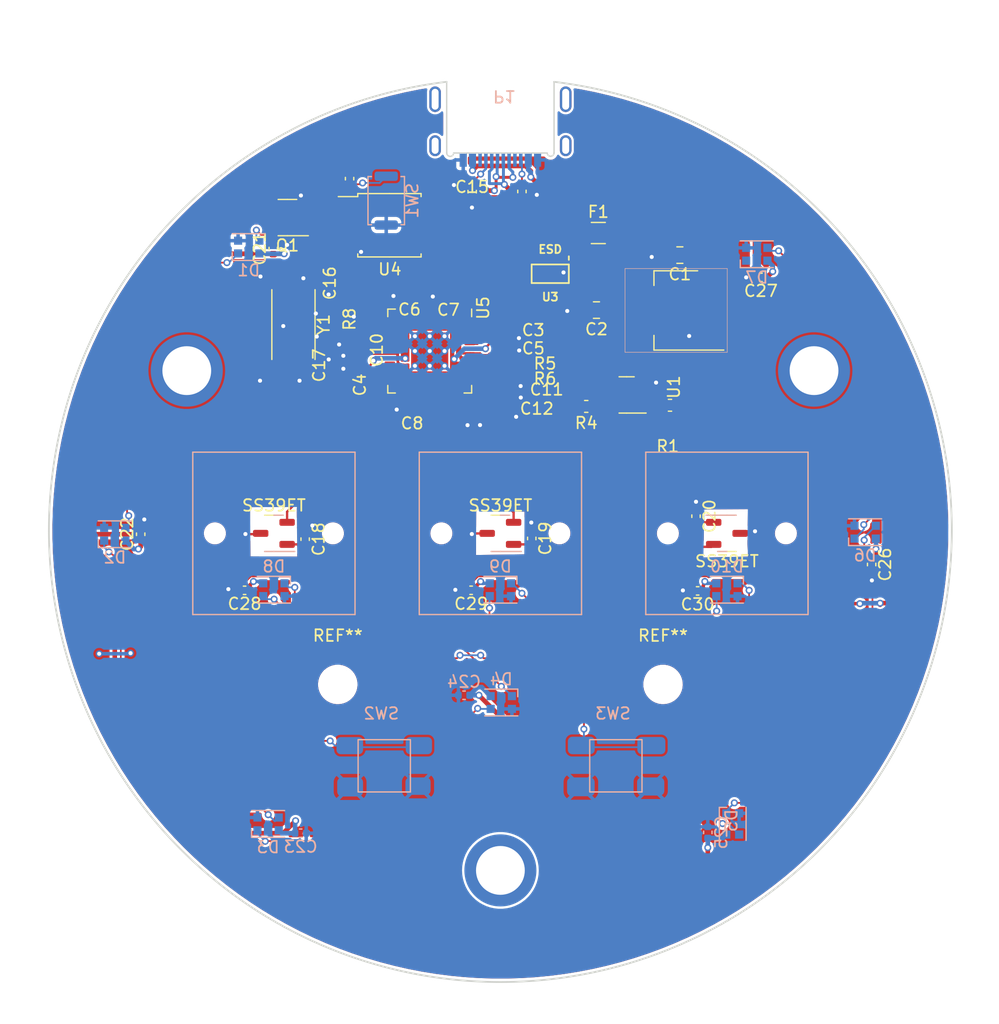
<source format=kicad_pcb>
(kicad_pcb (version 20221018) (generator pcbnew)
  (title_block (title "RP2040 Minimal Design Example") (date "2020-07-13") (rev "REV1") (company "Raspberry Pi (Trading) Ltd"))
  (layers (0 "F.Cu" signal) (31 "B.Cu" signal) (34 "B.Paste" user) (35 "F.Paste" user) (36 "B.SilkS" user "B.Silkscreen") (37 "F.SilkS" user "F.Silkscreen") (38 "B.Mask" user) (39 "F.Mask" user) (44 "Edge.Cuts" user))
  (net 0 "")
  (net 1 "GND")
  (net 2 "VBUS")
  (net 3 "/XIN")
  (net 4 "/XOUT")
  (net 5 "+3V3")
  (net 6 "+1V1")
  (net 7 "/GPIO2")
  (net 8 "/GPIO1")
  (net 9 "/GPIO0")
  (net 10 "Net-(D6-DOUT)")
  (net 11 "/GPIO9")
  (net 12 "/GPIO8")
  (net 13 "/GPIO7")
  (net 14 "/GPIO6")
  (net 15 "/GPIO5")
  (net 16 "/GPIO4")
  (net 17 "/GPIO3")
  (net 18 "/QSPI_SS")
  (net 19 "/GPIO29_ADC3")
  (net 20 "/QSPI_SD3")
  (net 21 "/QSPI_SCLK")
  (net 22 "/QSPI_SD0")
  (net 23 "/QSPI_SD2")
  (net 24 "/QSPI_SD1")
  (net 25 "/USB_D+")
  (net 26 "/USB_D-")
  (net 27 "/GPIO25")
  (net 28 "/GPIO24")
  (net 29 "/GPIO23")
  (net 30 "/GPIO22")
  (net 31 "/GPIO21")
  (net 32 "/GPIO20")
  (net 33 "/GPIO14")
  (net 34 "/GPIO13")
  (net 35 "LED_D_5V")
  (net 36 "+5V")
  (net 37 "+3V")
  (net 38 "SWCLK")
  (net 39 "SWD")
  (net 40 "RUN")
  (net 41 "Net-(U5-USB_DP)")
  (net 42 "Net-(U5-USB_DM)")
  (net 43 "RP_ADC0")
  (net 44 "RP_ADC1")
  (net 45 "RP_ADC2")
  (net 46 "Net-(D1-DOUT)")
  (net 47 "Net-(D2-DOUT)")
  (net 48 "Net-(D3-DOUT)")
  (net 49 "Net-(D4-DOUT)")
  (net 50 "Net-(D5-DOUT)")
  (net 51 "Net-(P1-CC1)")
  (net 52 "ADC_AVDD")
  (net 53 "Net-(P1-CC2)")
  (net 54 "/GPIO16")
  (net 55 "/GPIO10")
  (net 56 "/GPIO11")
  (net 57 "GPIO18")
  (net 58 "GPIO19")
  (net 59 "/GPIO12")
  (net 61 "Net-(C17-Pad1)")
  (net 62 "/GPIO17")
  (net 63 "LED_D_3V")
  (net 64 "Net-(D8-DOUT)")
  (net 65 "Net-(D10-DIN)")
  (net 66 "Net-(D10-DOUT)")
  (footprint "Capacitor_SMD:C_0805_2012Metric" (layer "F.Cu") (at 108.27 80.79 180)
    (fp_text reference "C2")
    (fp_text value "10u")
  )
  (footprint "Capacitor_SMD:C_0402_1005Metric" (layer "F.Cu") (at 100.44 88.3175)
    (fp_text reference "C12")
    (fp_text value "1u")
  )
  (footprint "Capacitor_SMD:C_0402_1005Metric" (layer "F.Cu") (at 100.44 87.3175)
    (fp_text reference "C11")
    (fp_text value "1u")
  )
  (footprint "Capacitor_SMD:C_0402_1005Metric" (layer "F.Cu") (at 92.4 89.365 180)
    (fp_text reference "C8")
    (fp_text value "100n")
  )
  (footprint "Package_TO_SOT_SMD:SOT-223-3_TabPin2" (layer "F.Cu") (at 115.13 80.82 180)
    (fp_text reference "U1")
    (fp_text value "NCP1117-3.3_SOT223" hide)
  )
  (footprint "Package_SO:SOIC-8_5.23x5.23mm_P1.27mm" (layer "F.Cu") (at 90.445 73.4925)
    (fp_text reference "U4")
    (fp_text value "W25Q32JVSS")
  )
  (footprint "Capacitor_SMD:C_0402_1005Metric" (layer "F.Cu") (at 85.207481 83.761 -90)
    (fp_text reference "C17")
    (fp_text value "27p")
  )
  (footprint "Capacitor_SMD:C_0402_1005Metric" (layer "F.Cu") (at 100.325 84.285)
    (fp_text reference "C5")
    (fp_text value "100n")
  )
  (footprint "Capacitor_SMD:C_0402_1005Metric" (layer "F.Cu") (at 95.5225 79.5975 180)
    (fp_text reference "C7")
    (fp_text value "100n")
  )
  (footprint "Capacitor_SMD:C_0402_1005Metric" (layer "F.Cu") (at 87.775 84.721 180)
    (fp_text reference "C10")
    (fp_text value "100n")
  )
  (footprint "Capacitor_SMD:C_0402_1005Metric" (layer "F.Cu") (at 100.325876 85.3025 180)
    (fp_text reference "R5")
    (fp_text value "27R")
  )
  (footprint "Capacitor_SMD:C_0402_1005Metric" (layer "F.Cu") (at 88.015 85.8275 180)
    (fp_text reference "C4")
    (fp_text value "100n")
  )
  (footprint "Capacitor_SMD:C_0805_2012Metric" (layer "F.Cu") (at 115.45 76.06 180)
    (fp_text reference "C1")
    (fp_text value "10u")
  )
  (footprint "Capacitor_SMD:C_0402_1005Metric" (layer "F.Cu") (at 92.1725 79.5675 180)
    (fp_text reference "C6")
    (fp_text value "100n")
  )
  (footprint "RP2040_minimal:RP2040-QFN-56" (layer "F.Cu") (at 93.915 84.315 -90)
    (fp_text reference "U5")
    (fp_text value "RP2040")
  )
  (footprint "Capacitor_SMD:C_0402_1005Metric" (layer "F.Cu") (at 85.207481 80.791 90)
    (fp_text reference "C16")
    (fp_text value "27p")
  )
  (footprint "Capacitor_SMD:C_0402_1005Metric" (layer "F.Cu") (at 100.325876 86.3025 180)
    (fp_text reference "R6")
    (fp_text value "27R")
  )
  (footprint "Capacitor_SMD:C_0402_1005Metric" (layer "F.Cu") (at 100.315 83.205)
    (fp_text reference "C3")
    (fp_text value "100n")
  )
  (footprint "Capacitor_SMD:C_0402_1005Metric" (layer "F.Cu") (at 94.545 70.0925)
    (fp_text reference "C15")
    (fp_text value "100n" hide)
  )
  (footprint "Capacitor_SMD:C_0402_1005Metric" (layer "F.Cu") (at 87.092481 82.976 180)
    (fp_text reference "R8")
    (fp_text value "1k")
  )
  (footprint "Crystal:Crystal_SMD_Abracon_ABM7-2Pin_6.0x3.5mm" (layer "F.Cu") (at 82.183162 82.0375 -90)
    (fp_text reference "Y1")
    (fp_text value "ABM7-12.000MHZ-D2Y-T")
  )
  (footprint "Capacitor_SMD:C_0402_1005Metric" (layer "F.Cu") (at 131.96 102.68 -90)
    (fp_text reference "C26")
    (fp_text value "100n")
  )
  (footprint "Package_TO_SOT_SMD:SOT-23-5" (layer "F.Cu") (at 81.6665 72.832 180)
    (fp_text reference "Q1")
    (fp_text value "SN74LV1T34DBV")
  )
  (footprint "Capacitor_SMD:C_0402_1005Metric" (layer "F.Cu") (at 97.48 104.9 180)
    (fp_text reference "C29")
    (fp_text value "100n")
  )
  (footprint "Capacitor_SMD:C_0603_1608Metric" (layer "F.Cu") (at 107.39 89.08 180)
    (fp_text reference "R4")
    (fp_text value "1R")
  )
  (footprint "Package_TO_SOT_SMD:SOT-23-3" (layer "F.Cu") (at 119.5 100)
    (fp_text reference "S3" hide)
    (fp_text value "SS39ET")
  )
  (footprint "Capacitor_SMD:C_0402_1005Metric" (layer "F.Cu") (at 122.428 77.978 180)
    (fp_text reference "C27")
    (fp_text value "100n")
  )
  (footprint "Capacitor_SMD:C_0603_1608Metric" (layer "F.Cu") (at 114.6 88.98 180)
    (fp_text reference "R1")
    (fp_text value "200R")
  )
  (footprint "Capacitor_SMD:C_0402_1005Metric" (layer "F.Cu") (at 80.443 75.498 90)
    (fp_text reference "C21")
    (fp_text value "100n")
  )
  (footprint "Keebio-Parts:SOT-143B" (layer "F.Cu") (at 104.29 77.665 180)
    (fp_text reference "U3")
    (fp_text value "PRTR5V0U2X" hide)
  )
  (footprint "Package_TO_SOT_SMD:SOT-23-3" (layer "F.Cu") (at 100 100 180)
    (fp_text reference "S2" hide)
    (fp_text value "SS39ET")
  )
  (footprint "Capacitor_SMD:C_0402_1005Metric" (layer "F.Cu") (at 69.032 100.076 90)
    (fp_text reference "C22")
    (fp_text value "100n")
  )
  (footprint "Package_TO_SOT_SMD:SOT-23" (layer "F.Cu") (at 110.8675 88.09 180)
    (fp_text reference "U2" hide)
    (fp_text value "LM4040DBZ-3" hide)
  )
  (footprint "Capacitor_SMD:C_0402_1005Metric" (layer "F.Cu") (at 101.854 70.584 -90)
    (fp_text reference "R2" hide)
    (fp_text value "5.1k" hide)
  )
  (footprint "MountingHole:MountingHole_3.2mm_M3" (layer "F.Cu") (at 86 113)
    (fp_text reference "REF**")
    (fp_text value "MountingHole_3.2mm_M3")
  )
  (footprint "Capacitor_SMD:C_0402_1005Metric" (layer "F.Cu") (at 100.04 89.95)
    (fp_text reference "C14" hide)
    (fp_text value "1u" hide)
  )
  (footprint "Package_TO_SOT_SMD:SOT-23-3" (layer "F.Cu") (at 80.5 100 180)
    (fp_text reference "S1" hide)
    (fp_text value "SS39ET")
  )
  (footprint "Capacitor_SMD:C_0402_1005Metric" (layer "F.Cu") (at 83.19 100.5 -90)
    (fp_text reference "C18")
    (fp_text value "1u")
  )
  (footprint "Capacitor_SMD:C_0402_1005Metric" (layer "F.Cu") (at 97.225 89.4275 -90)
    (fp_text reference "C9" hide)
    (fp_text value "100n" hide)
  )
  (footprint "Capacitor_SMD:C_0402_1005Metric" (layer "F.Cu") (at 98.255 89.4275 -90)
    (fp_text reference "C13" hide)
    (fp_text value "100n" hide)
  )
  (footprint "Capacitor_SMD:C_0402_1005Metric" (layer "F.Cu") (at 116.84 98.524 -90)
    (fp_text reference "C20")
    (fp_text value "1u")
  )
  (footprint "Capacitor_SMD:C_0402_1005Metric" (layer "F.Cu") (at 97.57 70.6 -90)
    (fp_text reference "R3" hide)
    (fp_text value "5.1k" hide)
  )
  (footprint "MountingHole:MountingHole_3.2mm_M3" (layer "F.Cu") (at 114 113)
    (fp_text reference "REF**")
    (fp_text value "MountingHole_3.2mm_M3")
  )
  (footprint "Capacitor_SMD:C_0402_1005Metric" (layer "F.Cu") (at 102.7 100.44 -90)
    (fp_text reference "C19")
    (fp_text value "1u")
  )
  (footprint "Capacitor_SMD:C_0402_1005Metric" (layer "F.Cu") (at 77.978 104.902 180)
    (fp_text reference "C28")
    (fp_text value "100n")
  )
  (footprint "Capacitor_SMD:C_0402_1005Metric" (layer "F.Cu") (at 87.015 69.4825 -90)
    (fp_text reference "R7" hide)
    (fp_text value "10k" hide)
  )
  (footprint "Capacitor_SMD:C_0402_1005Metric" (layer "F.Cu") (at 116.98 104.95 180)
    (fp_text reference "C30")
    (fp_text value "100n")
  )
  (footprint "Fuse:Fuse_1206_3216Metric" (layer "F.Cu") (at 108.43 74.16)
    (fp_text reference "F1")
    (fp_text value "nSMD025-24V" hide)
  )
  (footprint "Button_Switch_SMD:SW_Push_SPST_NO_Alps_SKRK" (layer "B.Cu") (at 90.17 71.374 90)
    (fp_text reference "SW1")
    (fp_text value "SKRKAGE020")
  )
  (footprint "Capacitor_SMD:C_0402_1005Metric" (layer "B.Cu") (at 117.856 125.73 90)
    (fp_text reference "C25")
    (fp_text value "100n")
  )
  (footprint "MountingHole:M3_Threaded_Insert_4881_Keystone" (layer "B.Cu") (at 100 129 180)
    (fp_text reference "H3")
    (fp_text value "M3_Threaded_Insert_4881_Keystone")
  )
  (footprint "Button_Switch_SMD:PTS647_4.5x4.5mm" (layer "B.Cu") (at 90 120 180)
    (fp_text reference "SW2")
    (fp_text value "PTS647 SN70 SMTR2 LFS")
  )
  (footprint "LED_SMD:LED_WS2812B-2020_PLCC4_2.0x2.0mm" (layer "B.Cu") (at 66.802 100.076)
    (fp_text reference "D2")
    (fp_text value "WS2812B-2020")
  )
  (footprint "Button_Switch_Keyboard:SW_Lekker_MX_1.00u_PCB" (layer "B.Cu") (at 119.5 100 180)
    (fp_text reference "REF**" hide)
    (fp_text value "SW_Lekker_MX_1.00u_PCB")
  )
  (footprint "Button_Switch_Keyboard:SW_Lekker_MX_1.00u_PCB" (layer "B.Cu") (at 100 100 180)
    (fp_text reference "REF**" hide)
    (fp_text value "SW_Lekker_MX_1.00u_PCB")
  )
  (footprint "LED_SMD:LED_WS2812B-2020_PLCC4_2.0x2.0mm" (layer "B.Cu") (at 119.5 104.85 180)
    (fp_text reference "D10")
    (fp_text value "WS2812B-2020")
  )
  (footprint "LED_SMD:LED_WS2812B-2020_PLCC4_2.0x2.0mm" (layer "B.Cu") (at 120 125 -90)
    (fp_text reference "D5")
    (fp_text value "WS2812B-2020")
  )
  (footprint "MountingHole:M3_Threaded_Insert_4881_Keystone" (layer "B.Cu") (at 73 86 180)
    (fp_text reference "H2")
    (fp_text value "M3_Threaded_Insert_4881_Keystone")
  )
  (footprint "Capacitor_SMD:C_0402_1005Metric" (layer "B.Cu") (at 82.804 125.799)
    (fp_text reference "C23")
    (fp_text value "100n")
  )
  (footprint "LED_SMD:LED_WS2812B-2020_PLCC4_2.0x2.0mm" (layer "B.Cu") (at 122.073 75.988)
    (fp_text reference "D7")
    (fp_text value "WS2812B-2020")
  )
  (footprint "MountingHole:M3_Threaded_Insert_4881_Keystone" (layer "B.Cu") (at 127 86 180)
    (fp_text reference "H1")
    (fp_text value "M3_Threaded_Insert_4881_Keystone")
  )
  (footprint "LED_SMD:LED_WS2812B-2020_PLCC4_2.0x2.0mm" (layer "B.Cu") (at 80 125)
    (fp_text reference "D3")
    (fp_text value "WS2812B-2020")
  )
  (footprint "LED_SMD:LED_WS2812B-2020_PLCC4_2.0x2.0mm" (layer "B.Cu") (at 100 104.85 180)
    (fp_text reference "D9")
    (fp_text value "WS2812B-2020")
  )
  (footprint "Button_Switch_SMD:PTS647_4.5x4.5mm" (layer "B.Cu") (at 109.94 120 180)
    (fp_text reference "SW3")
    (fp_text value "PTS647 SN70 SMTR2 LFS")
  )
  (footprint "LED_SMD:LED_WS2812B-2020_PLCC4_2.0x2.0mm" (layer "B.Cu") (at 78.333 75.368)
    (fp_text reference "D1")
    (fp_text value "WS2812B-2020")
  )
  (footprint "Button_Switch_Keyboard:SW_Lekker_MX_1.00u_PCB" (layer "B.Cu") (at 80.5 100 180)
    (fp_text reference "REF**" hide)
    (fp_text value "SW_Lekker_MX_1.00u_PCB")
  )
  (footprint "LED_SMD:LED_WS2812B-2020_PLCC4_2.0x2.0mm" (layer "B.Cu") (at 131.4 99.9)
    (fp_text reference "D6")
    (fp_text value "WS2812B-2020")
  )
  (footprint "LED_SMD:LED_WS2812B-2020_PLCC4_2.0x2.0mm" (layer "B.Cu") (at 80.5 104.85 180)
    (fp_text reference "D8")
    (fp_text value "WS2812B-2020")
  )
  (footprint "LED_SMD:LED_WS2812B-2020_PLCC4_2.0x2.0mm" (layer "B.Cu") (at 100.076 114.554 180)
    (fp_text reference "D4")
    (fp_text value "WS2812B-2020")
  )
  (footprint "Connector_USB:USB_C_Receptacle_DEALON_16P_MidMnt" (layer "B.Cu") (at 100 62.65)
    (fp_text reference "P1")
    (fp_text value "USB-TYPE-C-016" hide)
    (fp_line (start -4.62 4.6) (end -4.625 -1.5) (stroke (width 0.12)) (layer "Edge.Cuts"))
    (fp_line (start -4.025 4.625) (end 4.025 4.625) (stroke (width 0.12)) (layer "Edge.Cuts"))
    (fp_line (start 4.62 4.6) (end 4.62 -1.5) (stroke (width 0.12)) (layer "Edge.Cuts"))
    (fp_arc (start -4.025 4.625) (mid -4.335 4.91) (end -4.62 4.6) (stroke (width 0.12)) (layer "Edge.Cuts"))
    (fp_arc (start 4.62 4.6) (mid 4.335 4.91) (end 4.025 4.625) (stroke (width 0.12)) (layer "Edge.Cuts"))
  )
  (footprint "Capacitor_SMD:C_0402_1005Metric" (layer "B.Cu") (at 96.87 113.93 180)
    (fp_text reference "C24")
    (fp_text value "100n")
  )
  (gr_arc (start 104.62 61.15) (mid 99.9975 138.605227) (end 95.375 61.15) (stroke (width 0.15)) (layer "Edge.Cuts"))
  (segment (start 105.755625 80.86875) (end 105.784375 80.84) (width 0.6) (layer "F.Cu") (net 1))
  (segment (start 100.82 83.185) (end 101.575 83.185) (width 0.2) (layer "F.Cu") (net 1))
  (segment (start 117.094 125.222) (end 117.084 125.212) (width 0.15) (layer "F.Cu") (net 1))
  (segment (start 115.71 104.91) (end 115.71 104.86) (width 0.15) (layer "F.Cu") (net 1))
  (segment (start 91.0725 89.3525) (end 91.9025 89.3525) (width 0.15) (layer "F.Cu") (net 1))
  (segment (start 131.98 104.05) (end 131.98 103.18) (width 0.15) (layer "F.Cu") (net 1))
  (segment (start 103.124 70.866) (end 103.134 70.876) (width 0.15) (layer "F.Cu") (net 1))
  (segment (start 97.01 104.96) (end 96.29 104.96) (width 0.15) (layer "F.Cu") (net 1))
  (segment (start 102.244 70.866) (end 103.124 70.866) (width 0.2) (layer "F.Cu") (net 1))
  (segment (start 101.7325 87.3175) (end 100.925 87.3175) (width 0.2) (layer "F.Cu") (net 1))
  (segment (start 83.81 99.33) (end 83.19 99.95) (width 0.2) (layer "F.Cu") (net 1))
  (segment (start 131.98 103.18) (end 131.96 103.16) (width 0.15) (layer "F.Cu") (net 1))
  (segment (start 78.05 100.06) (end 78.1 100.07) (width 0.2) (layer "F.Cu") (net 1))
  (segment (start 87.619338 75.3975) (end 86.845 75.3975) (width 0.15) (layer "F.Cu") (net 1))
  (segment (start 83.26 100.09) (end 83.19 100.02) (width 0.15) (layer "F.Cu") (net 1))
  (segment (start 101.615 84.265) (end 100.8075 84.265) (width 0.2) (layer "F.Cu") (net 1))
  (segment (start 80.609 75.184) (end 80.443 75.018) (width 0.15) (layer "F.Cu") (net 1))
  (segment (start 100.8 83.205) (end 100.82 83.185) (width 0.2) (layer "F.Cu") (net 1))
  (segment (start 76.75 104.902) (end 76.58 104.802) (width 0.15) (layer "F.Cu") (net 1))
  (segment (start 82.8265 70.932) (end 82.8265 71.817) (width 0.2) (layer "F.Cu") (net 1))
  (segment (start 88.004669 75.782831) (end 87.619338 75.3975) (width 0.2) (layer "F.Cu") (net 1))
  (segment (start 86.115 83.7525) (end 86.020981 83.7525) (width 0.15) (layer "F.Cu") (net 1))
  (segment (start 101.28 89.97) (end 101.26 89.95) (width 0.15) (layer "F.Cu") (net 1))
  (segment (start 78.98 100.07) (end 78.12 100.07) (width 0.2) (layer "F.Cu") (net 1))
  (segment (start 117.38 83.02) (end 117.46 82.94) (width 0.8) (layer "F.Cu") (net 1))
  (segment (start 87.29 84.721) (end 86.478016 84.721) (width 0.2) (layer "F.Cu") (net 1))
  (segment (start 116.5 104.95) (end 115.8 104.95) (width 0.15) (layer "F.Cu") (net 1))
  (segment (start 83.19 99.95) (end 83.19 100.02) (width 0.15) (layer "F.Cu") (net 1))
  (segment (start 115.76 104.91) (end 115.71 104.91) (width 0.15) (layer "F.Cu") (net 1))
  (segment (start 96.12 104.86) (end 96.26 104.93) (width 0.15) (layer "F.Cu") (net 1))
  (segment (start 100.925 88.3175) (end 101.755 88.3175) (width 0.2) (layer "F.Cu") (net 1))
  (segment (start 91.9025 89.3525) (end 91.915 89.365) (width 0.15) (layer "F.Cu") (net 1))
  (segment (start 97.57 71.08) (end 97.57 71.95) (width 0.15) (layer "F.Cu") (net 1))
  (segment (start 121.92 99.822) (end 120.8155 99.822) (width 0.2) (layer "F.Cu") (net 1))
  (segment (start 102.71 99.98) (end 102.71 99.16) (width 0.2) (layer "F.Cu") (net 1))
  (segment (start 100.592831 89.9725) (end 100.425 90.140331) (width 0.15) (layer "F.Cu") (net 1))
  (segment (start 85.207481 85.0265) (end 85.218981 85.038) (width 0.15) (layer "F.Cu") (net 1))
  (segment (start 77.47 104.902) (end 76.75 104.902) (width 0.15) (layer "F.Cu") (net 1))
  (segment (start 96 70.0325) (end 95.31 70.0325) (width 0.15) (layer "F.Cu") (net 1))
  (segment (start 98.23 90.666824) (end 98.246352 90.683176) (width 0.2) (layer "F.Cu") (net 1))
  (segment (start 94.1825 79.6275) (end 94.3825 79.4275) (width 0.15) (layer "F.Cu") (net 1))
  (segment (start 76.58 104.802) (end 76.72 104.872) (width 0.15) (layer "F.Cu") (net 1))
  (segment (start 86.478016 84.721) (end 86.47801 84.720994) (width 0.2) (layer "F.Cu") (net 1))
  (segment (start 85.207481 84.246) (end 85.207481 85.0265) (width 0.15) (layer "F.Cu") (net 1))
  (segment (start 79.03 100.02) (end 78.98 100.07) (width 0.2) (layer "F.Cu") (net 1))
  (segment (start 120.8155 99.822) (end 120.6375 100) (width 0.2) (layer "F.Cu") (net 1))
  (segment (start 86.020981 83.7525) (end 85.527481 84.246) (width 0.15) (layer "F.Cu") (net 1))
  (segment (start 116.84 97.282) (end 116.77 97.352) (width 0.15) (layer "F.Cu") (net 1))
  (segment (start 105.09 77.21) (end 105.09 76.63) (width 0.4) (layer "F.Cu") (net 1))
  (segment (start 114.155 76.22) (end 114.235 76.14) (width 0.8) (layer "F.Cu") (net 1))
  (segment (start 100.537831 89.95) (end 100.517831 89.97) (width 0.15) (layer "F.Cu") (net 1))
  (segment (start 113.025 76.22) (end 114.155 76.22) (width 0.8) (layer "F.Cu") (net 1))
  (segment (start 85.207481 80.306) (end 85.207481 79.45) (width 0.2) (layer "F.Cu") (net 1))
  (segment (start 81.635 74.93) (end 81.635 75.184) (width 0.15) (layer "F.Cu") (net 1))
  (segment (start 90.4775 83.315) (end 89.337981 83.315) (width 0.15) (layer "F.Cu") (net 1))
  (segment (start 97.17 90.693176) (end 97.17 90.023176) (width 0.2) (layer "F.Cu") (net 1))
  (segment (start 85.527481 84.246) (end 85.207481 84.246) (width 0.15) (layer "F.Cu") (net 1))
  (segment (start 83.79 99.33) (end 83.72 99.4) (width 0.15) (layer "F.Cu") (net 1))
  (segment (start 87.29 85.84) (end 86.477996 85.84) (width 0.2) (layer "F.Cu") (net 1))
  (segment (start 95.31 70.0325) (end 95.2475 69.97) (width 0.15) (layer "F.Cu") (net 1))
  (segment (start 105.433234 77.553234) (end 105.09 77.21) (width 0.4) (layer "F.Cu") (net 1))
  (segment (start 81.635 75.184) (end 80.609 75.184) (width 0.15) (layer "F.Cu") (net 1))
  (segment (start 115.71 104.86) (end 115.78 104.93) (width 0.15) (layer "F.Cu") (net 1))
  (segment (start 113.401 87.03) (end 112.245 87.03) (width 0.3) (layer "F.Cu") (net 1))
  (segment (start 115.8 104.95) (end 115.76 104.91) (width 0.15) (layer "F.Cu") (net 1))
  (segment (start 96.29 104.96) (end 96.12 104.86) (width 0.15) (layer "F.Cu") (net 1))
  (segment (start 78.1 100.07) (end 78.11 100.07) (width 0.2) (layer "F.Cu") (net 1))
  (segment (start 112.245 87.03) (end 112.081 87.194) (width 0.3) (layer "F.Cu") (net 1))
  (segment (start 116.77 97.352) (end 116.77 97.994) (width 0.2) (layer "F.Cu") (net 1))
  (segment (start 94.3825 79.4275) (end 94.7375 79.4275) (width 0.15) (layer "F.Cu") (net 1))
  (segment (start 68.9135 99.5175) (end 69.342 99.089) (width 0.15) (layer "F.Cu") (net 1))
  (segment (start 69.342 99.089) (end 69.342 98.806) (width 0.15) (layer "F.Cu") (net 1))
  (segment (start 98.45 100.01) (end 97.63 100.01) (width 0.2) (layer "F.Cu") (net 1))
  (segment (start 105.784375 80.84) (end 107.115625 80.84) (width 0.6) (layer "F.Cu") (net 1))
  (segment (start 116.25 83.02) (end 117.38 83.02) (width 0.8) (layer "F.Cu") (net 1))
  (segment (start 98.23 90.033176) (end 98.23 90.666824) (width 0.2) (layer "F.Cu") (net 1))
  (segment (start 78.12 100.07) (end 78.05 100.06) (width 0.2) (layer "F.Cu") (net 1))
  (segment (start 90.7925 79.5775) (end 91.605 79.5775) (width 0.2) (layer "F.Cu") (net 1))
  (segment (start 83.81 99.33) (end 83.79 99.33) (width 0.15) (layer "F.Cu") (net 1))
  (segment (start 101.7425 87.3275) (end 101.7325 87.3175) (width 0.2) (layer "F.Cu") (net 1))
  (segment (start 121.158 77.978) (end 121.868 77.978) (width 0.15) (layer "F.Cu") (net 1))
  (segment (start 89.337981 83.315) (end 87.377981 81.355) (width 0.15) (layer "F.Cu") (net 1))
  (segment (start 101.26 89.95) (end 100.537831 89.95) (width 0.15) (layer "F.Cu") (net 1))
  (via (at 86.115 83.7525) (size 0.6) (drill 0.35) (layers "F.Cu" "B.Cu") (net 1))
  (via (at 81.307481 82.166) (size 0.6) (drill 0.35) (layers "F.Cu" "B.Cu") (net 1))
  (via (at 84.193162 83.0675) (size 0.6) (drill 0.35) (layers "F.Cu" "B.Cu") (net 1))
  (via (at 79.345 77.9025) (size 0.6) (drill 0.35) (layers "F.Cu" "B.Cu") (net 1))
  (via (at 83.037481 78.0535) (size 0.6) (drill 0.35) (layers "F.Cu" "B.Cu") (net 1))
  (via (at 82.707481 86.866) (size 0.6) (drill 0.35) (layers "F.Cu" "B.Cu") (net 1))
  (via (at 94.1825 79.6275) (size 0.6) (drill 0.35) (layers "F.Cu" "B.Cu") (net 1))
  (via (at 113.401 87.03) (size 0.6) (drill 0.35) (layers "F.Cu" "B.Cu") (net 1))
  (via (at 121.158 77.978) (size 0.6) (drill 0.35) (layers "F.Cu" "B.Cu") (net 1))
  (via (at 91.0725 89.3525) (size 0.6) (drill 0.35) (layers "F.Cu" "B.Cu") (net 1))
  (via (at 87.377981 81.355) (size 0.6) (drill 0.35) (layers "F.Cu" "B.Cu") (net 1))
  (via (at 98.246352 90.683176) (size 0.6) (drill 0.35) (layers "F.Cu" "B.Cu") (net 1))
  (via (at 90.7925 79.5775) (size 0.6) (drill 0.35) (layers "F.Cu" "B.Cu") (net 1))
  (via (at 83.81 99.33) (size 0.6) (drill 0.35) (layers "F.Cu" "B.Cu") (net 1))
  (via (at 113.025 76.22) (size 0.6) (drill 0.35) (layers "F.Cu" "B.Cu") (net 1))
  (via (at 82.8265 70.932) (size 0.6) (drill 0.35) (layers "F.Cu" "B.Cu") (net 1))
  (via (at 115.71 104.91) (size 0.6) (drill 0.35) (layers "F.Cu" "B.Cu") (net 1))
  (via (at 101.755 88.3175) (size 0.6) (drill 0.35) (layers "F.Cu" "B.Cu") (net 1))
  (via (at 76.58 104.802) (size 0.6) (drill 0.35) (layers "F.Cu" "B.Cu") (net 1))
  (via (at 96 70.0325) (size 0.6) (drill 0.35) (layers "F.Cu" "B.Cu") (net 1))
  (via (at 97.54 100.06) (size 0.6) (drill 0.35) (layers "F.Cu" "B.Cu") (net 1))
  (via (at 85.218981 85.038) (size 0.6) (drill 0.35) (layers "F.Cu" "B.Cu") (net 1))
  (via (at 86.47801 84.720994) (size 0.6) (drill 0.35) (layers "F.Cu" "B.Cu") (net 1))
  (via (at 105.433234 77.553234) (size 0.6) (drill 0.35) (layers "F.Cu" "B.Cu") (net 1))
  (via (at 97.55 71.97) (size 0.6) (drill 0.35) (layers "F.Cu" "B.Cu") (net 1))
  (via (at 79.305 86.866) (size 0.6) (drill 0.35) (layers "F.Cu" "B.Cu") (net 1))
  (via (at 116.84 97.282) (size 0.6) (drill 0.35) (layers "F.Cu" "B.Cu") (net 1))
  (via (at 101.7425 87.3275) (size 0.6) (drill 0.35) (layers "F.Cu" "B.Cu") (net 1))
  (via (at 102.66 99.07) (size 0.6) (drill 0.35) (layers "F.Cu" "B.Cu") (net 1))
  (via (at 105.755625 80.86875) (size 0.6) (drill 0.35) (layers "F.Cu" "B.Cu") (net 1))
  (via (at 121.92 99.822) (size 0.6) (drill 0.35) (layers "F.Cu" "B.Cu") (net 1))
  (via (at 97.17 90.693176) (size 0.6) (drill 0.35) (layers "F.Cu" "B.Cu") (net 1))
  (via (at 78.05 100.06) (size 0.6) (drill 0.35) (layers "F.Cu" "B.Cu") (net 1))
  (via (at 69.342 98.806) (size 0.6) (drill 0.35) (layers "F.Cu" "B.Cu") (net 1))
  (via (at 85.207481 79.45) (size 0.6) (drill 0.35) (layers "F.Cu" "B.Cu") (net 1))
  (via (at 131.98 104.05) (size 0.6) (drill 0.35) (layers "F.Cu" "B.Cu") (net 1))
  (via (at 116.25 83.02) (size 0.6) (drill 0.35) (layers "F.Cu" "B.Cu") (net 1))
  (via (at 81.635 75.184) (size 0.6) (drill 0.35) (layers "F.Cu" "B.Cu") (net 1))
  (via (at 101.615 84.265) (size 0.6) (drill 0.35) (layers "F.Cu" "B.Cu") (net 1))
  (via (at 88.004669 75.782831) (size 0.6) (drill 0.35) (layers "F.Cu" "B.Cu") (net 1))
  (via (at 103.134 70.876) (size 0.6) (drill 0.35) (layers "F.Cu" "B.Cu") (net 1))
  (via (at 101.595 83.205) (size 0.6) (drill 0.35) (layers "F.Cu" "B.Cu") (net 1))
  (via (at 86.477996 85.84) (size 0.6) (drill 0.35) (layers "F.Cu" "B.Cu") (net 1))
  (via (at 101.355 89.9725) (size 0.6) (drill 0.35) (layers "F.Cu" "B.Cu") (net 1))
  (via (at 84.113162 81.0875) (size 0.6) (drill 0.35) (layers "F.Cu" "B.Cu") (net 1))
  (via (at 96.12 104.86) (size 0.6) (drill 0.35) (layers "F.Cu" "B.Cu") (net 1))
  (segment (start 77.413 74.818) (end 77.693 74.818) (width 0.15) (layer "B.Cu") (net 1))
  (segment (start 121.158 77.978) (end 121.158 77.873) (width 0.15) (layer "B.Cu") (net 1))
  (segment (start 121.158 77.873) (end 121.195 77.836) (width 0.15) (layer "B.Cu") (net 1))
  (segment (start 87.375 121.6) (end 87.49 121.6) (width 0.15) (layer "B.Cu") (net 1))
  (segment (start 102.616 69.342) (end 107.03 73.756) (width 0.4) (layer "F.Cu") (net 2))
  (segment (start 97.6 68.78) (end 97.99 68.39) (width 0.4) (layer "F.Cu") (net 2))
  (segment (start 105.965 78.665) (end 105.24 78.665) (width 0.4) (layer "F.Cu") (net 2))
  (segment (start 107.03 73.756) (end 107.03 77.6) (width 0.4) (layer "F.Cu") (net 2))
  (segment (start 102.616 68.834) (end 102.616 69.342) (width 0.4) (layer "F.Cu") (net 2))
  (segment (start 102.172 68.39) (end 102.616 68.834) (width 0.4) (layer "F.Cu") (net 2))
  (segment (start 107.03 77.6) (end 105.965 78.665) (width 0.4) (layer "F.Cu") (net 2))
  (segment (start 97.99 68.39) (end 102.172 68.39) (width 0.4) (layer "F.Cu") (net 2))
  (via (at 97.6 68.78) (size 0.6) (drill 0.35) (layers "F.Cu" "B.Cu") (net 2))
  (via (at 102.616 69.342) (size 0.6) (drill 0.35) (layers "F.Cu" "B.Cu") (net 2))
  (segment (start 97.600001 67.889669) (end 97.585332 67.904338) (width 0.4) (layer "B.Cu") (net 2))
  (segment (start 97.6 68.78) (end 97.6 68.37) (width 0.4) (layer "B.Cu") (net 2))
  (segment (start 102.616 69.342) (end 102.616 68.930761) (width 0.4) (layer "B.Cu") (net 2))
  (segment (start 102.616 68.930761) (end 102.4 68.714761) (width 0.4) (layer "B.Cu") (net 2))
  (segment (start 102.4 68.714761) (end 102.4 67.875) (width 0.4) (layer "B.Cu") (net 2))
  (segment (start 97.585332 67.904338) (end 97.585332 68.78) (width 0.4) (layer "B.Cu") (net 2))
  (segment (start 84.556981 81.9265) (end 83.052162 81.9265) (width 0.15) (layer "F.Cu") (net 3))
  (segment (start 87.674717 82.076) (end 86.007481 82.076) (width 0.15) (layer "F.Cu") (net 3))
  (segment (start 90.4775 83.715) (end 89.313717 83.715) (width 0.15) (layer "F.Cu") (net 3))
  (segment (start 89.313717 83.715) (end 87.674717 82.076) (width 0.15) (layer "F.Cu") (net 3))
  (segment (start 83.052162 81.9265) (end 81.092662 79.967) (width 0.15) (layer "F.Cu") (net 3))
  (segment (start 85.207481 81.276) (end 84.556981 81.9265) (width 0.15) (layer "F.Cu") (net 3))
  (segment (start 86.007481 82.076) (end 85.207481 81.276) (width 0.15) (layer "F.Cu") (net 3))
  (segment (start 90.4775 84.115) (end 88.716481 84.115) (width 0.15) (layer "F.Cu") (net 4))
  (segment (start 88.716481 84.115) (end 87.577481 82.976) (width 0.15) (layer "F.Cu") (net 4))
  (segment (start 98.405001 84.667501) (end 98.940323 84.667501) (width 0.2) (layer "F.Cu") (net 5))
  (segment (start 99.062824 84.545) (end 99.58 84.545) (width 0.2) (layer "F.Cu") (net 5))
  (segment (start 97.3925 84.5175) (end 96.555 84.5175) (width 0.2) (layer "F.Cu") (net 5))
  (segment (start 96.515 80.105) (end 96.0075 79.5975) (width 0.2) (layer "F.Cu") (net 5))
  (segment (start 85.952996 85.436504) (end 85.952996 86.457996) (width 0.2) (layer "F.Cu") (net 5))
  (segment (start 102.64 101.93) (end 102.6 101.85) (width 0.15) (layer "F.Cu") (net 5))
  (segment (start 92.885 89.365) (end 92.885 87.7825) (width 0.2) (layer "F.Cu") (net 5))
  (segment (start 98.060026 86.5175) (end 96.5625 86.5175) (width 0.2) (layer "F.Cu") (net 5))
  (segment (start 83.16 100.95) (end 83.19 100.98) (width 0.15) (layer "F.Cu") (net 5))
  (segment (start 99.955 88.3175) (end 99.305 87.6675) (width 0.2) (layer "F.Cu") (net 5))
  (segment (start 88.0085 85.2925) (end 86.097 85.2925) (width 0.2) (layer "F.Cu") (net 5))
  (segment (start 83.05 101.12) (end 83.19 100.98) (width 0.15) (layer "F.Cu") (net 5))
  (segment (start 96.5625 86.5175) (end 96.515 86.565) (width 0.2) (layer "F.Cu") (net 5))
  (segment (start 99.58 84.545) (end 99.84 84.285) (width 0.2) (layer "F.Cu") (net 5))
  (segment (start 97.3925 84.9175) (end 96.755 84.9175) (width 0.2) (layer "F.Cu") (net 5))
  (segment (start 86.097 85.2925) (end 85.952996 85.436504) (width 0.2) (layer "F.Cu") (net 5))
  (segment (start 85.952996 86.457996) (end 86.0725 86.5775) (width 0.2) (layer "F.Cu") (net 5))
  (segment (start 97.225 88.9225) (end 97.225 89.13) (width 0.2) (layer "F.Cu") (net 5))
  (segment (start 98.255 84.5175) (end 97.3925 84.5175) (width 0.2) (layer "F.Cu") (net 5))
  (segment (start 88.26 85.041) (end 88.0085 85.2925) (width 0.2) (layer "F.Cu") (net 5))
  (segment (start 92.6575 79.5675) (end 92.915 79.825) (width 0.2) (layer "F.Cu") (net 5))
  (segment (start 96.515 81.5425) (end 96.505 81.5525) (width 0.2) (layer "F.Cu") (net 5))
  (segment (start 94.045 70.2775) (end 94.255 70.0675) (width 0.15) (layer "F.Cu") (net 5))
  (segment (start 92.885 87.7825) (end 92.915 87.7525) (width 0.2) (layer "F.Cu") (net 5))
  (segment (start 88.431 84.55) (end 88.26 84.721) (width 0.2) (layer "F.Cu") (net 5))
  (segment (start 92.8 79.3525) (end 92.6575 79.495) (width 0.2) (layer "F.Cu") (net 5))
  (segment (start 96.515 87.7525) (end 96.515 88.2125) (width 0.2) (layer "F.Cu") (net 5))
  (segment (start 94.045 71.5875) (end 94.045 70.2775) (width 0.2) (layer "F.Cu") (net 5))
  (segment (start 92.915 79.825) (end 92.915 80.8775) (width 0.2) (layer "F.Cu") (net 5))
  (segment (start 96.515 80.8775) (end 96.515 80.105) (width 0.2) (layer "F.Cu") (net 5))
  (segment (start 99.210025 87.6675) (end 98.060026 86.5175) (width 0.2) (layer "F.Cu") (net 5))
  (segment (start 92.915 87.7525) (end 92.915 86.7675) (width 0.2) (layer "F.Cu") (net 5))
  (segment (start 116.84 99.004) (end 116.886 99.05) (width 0.2) (layer "F.Cu") (net 5))
  (segment (start 81.6375 100.95) (end 83.16 100.95) (width 0.2) (layer "F.Cu") (net 5))
  (segment (start 97.3925 84.9175) (end 98.155002 84.9175) (width 0.2) (layer "F.Cu") (net 5))
  (segment (start 98.405001 84.667501) (end 98.255 84.5175) (width 0.2) (layer "F.Cu") (net 5))
  (segment (start 92.6575 79.5675) (end 92.6575 79.5325) (width 0.2) (layer "F.Cu") (net 5))
  (segment (start 99.305 87.6675) (end 99.210025 87.6675) (width 0.2) (layer "F.Cu") (net 5))
  (segment (start 92.915 81.6175) (end 92.905 81.6275) (width 0.2) (layer "F.Cu") (net 5))
  (segment (start 116.835 98.954) (end 116.995 99.114) (width 0.15) (layer "F.Cu") (net 5))
  (segment (start 98.940323 84.667501) (end 99.062824 84.545) (width 0.2) (layer "F.Cu") (net 5))
  (segment (start 91.09 84.55) (end 88.431 84.55) (width 0.2) (layer "F.Cu") (net 5))
  (segment (start 96.515 86.565) (end 96.515 87.7525) (width 0.2) (layer "F.Cu") (net 5))
  (segment (start 96.515 88.2125) (end 97.225 88.9225) (width 0.2) (layer "F.Cu") (net 5))
  (segment (start 92.6575 79.495) (end 92.6575 79.5675) (width 0.2) (layer "F.Cu") (net 5))
  (segment (start 97.225 89.13) (end 97.1925 89.1625) (width 0.2) (layer "F.Cu") (net 5))
  (segment (start 102.59 101.84) (end 102.64 101.93) (width 0.15) (layer "F.Cu") (net 5))
  (segment (start 92.915 86.7675) (end 92.93 86.7525) (width 0.2) (layer "F.Cu") (net 5))
  (segment (start 98.155002 84.9175) (end 98.405001 84.667501) (width 0.2) (layer "F.Cu") (net 5))
  (segment (start 96.755 84.9175) (end 96.555 84.7175) (width 0.2) (layer "F.Cu") (net 5))
  (segment (start 88.26 84.721) (end 88.26 85.041) (width 0.2) (layer "F.Cu") (net 5))
  (segment (start 102.51 101.1) (end 102.59 101.02) (width 0.15) (layer "F.Cu") (net 5))
  (segment (start 92.915 80.8775) (end 92.915 81.6175) (width 0.2) (layer "F.Cu") (net 5))
  (segment (start 116.886 99.05) (end 118.3625 99.05) (width 0.2) (layer "F.Cu") (net 5))
  (segment (start 101.1375 100.95) (end 102.63 100.95) (width 0.2) (layer "F.Cu") (net 5))
  (segment (start 96.515 80.8775) (end 96.515 81.5425) (width 0.2) (layer "F.Cu") (net 5))
  (via (at 68.16 110.31) (size 0.6) (drill 0.35) (layers "F.Cu" "B.Cu") (net 5))
  (via (at 65.46 110.36) (size 0.6) (drill 0.35) (layers "F.Cu" "B.Cu") (net 5))
  (segment (start 68.11 110.36) (end 65.46 110.36) (width 0.3) (layer "B.Cu") (net 5))
  (segment (start 68.16 110.31) (end 68.11 110.36) (width 0.15) (layer "B.Cu") (net 5))
  (segment (start 97.3525 84.115) (end 98.715006 84.115) (width 0.2) (layer "F.Cu") (net 6))
  (segment (start 96.015 85.005) (end 96.015 84.815) (width 0.15) (layer "F.Cu") (net 6))
  (segment (start 98.715006 84.034994) (end 98.715006 84.115) (width 0.2) (layer "F.Cu") (net 6))
  (segment (start 98.155 86.1175) (end 99.355 87.3175) (width 0.2) (layer "F.Cu") (net 6))
  (segment (start 97.3925 86.1175) (end 98.155 86.1175) (width 0.2) (layer "F.Cu") (net 6))
  (segment (start 99.355 87.3175) (end 99.955 87.3175) (width 0.2) (layer "F.Cu") (net 6))
  (segment (start 89.06 85.14) (end 89.25 84.95) (width 0.2) (layer "F.Cu") (net 6))
  (segment (start 97.3925 86.1175) (end 96.555 86.1175) (width 0.2) (layer "F.Cu") (net 6))
  (segment (start 99.83 83.205) (end 99.545 83.205) (width 0.2) (layer "F.Cu") (net 6))
  (segment (start 89.06 85.14) (end 89.06 85.2675) (width 0.2) (layer "F.Cu") (net 6))
  (segment (start 89.06 85.2675) (end 88.5 85.8275) (width 0.2) (layer "F.Cu") (net 6))
  (segment (start 89.25 84.95) (end 90.4525 84.95) (width 0.2) (layer "F.Cu") (net 6))
  (segment (start 99.545 83.205) (end 98.715006 84.034994) (width 0.2) (layer "F.Cu") (net 6))
  (via (at 98.715006 84.115) (size 0.6) (drill 0.35) (layers "F.Cu" "B.Cu") (net 6))
  (via (at 96.015 85.005) (size 0.6) (drill 0.35) (layers "F.Cu" "B.Cu") (net 6))
  (via (at 89.06 85.14) (size 0.6) (drill 0.35) (layers "F.Cu" "B.Cu") (net 6))
  (via (at 91.805 84.9525) (size 0.6) (drill 0.35) (layers "F.Cu" "B.Cu") (net 6))
  (segment (start 98.715006 84.115) (end 96.905 84.115) (width 0.4) (layer "B.Cu") (net 6))
  (segment (start 89.26 84.94) (end 91.78003 84.94) (width 0.4) (layer "B.Cu") (net 6))
  (segment (start 89.06 85.14) (end 89.26 84.94) (width 0.4) (layer "B.Cu") (net 6))
  (segment (start 96.905 84.115) (end 96.015 85.005) (width 0.4) (layer "B.Cu") (net 6))
  (segment (start 125.1625 77.5625) (end 131.68 84.08) (width 0.15) (layer "F.Cu") (net 10))
  (segment (start 131.68 98.855002) (end 131.284502 99.2505) (width 0.15) (layer "F.Cu") (net 10))
  (segment (start 123.952 75.587) (end 123.915 75.55) (width 0.15) (layer "F.Cu") (net 10))
  (segment (start 131.68 84.08) (end 131.68 98.855002) (width 0.15) (layer "F.Cu") (net 10))
  (segment (start 123.952 75.692) (end 123.952 75.587) (width 0.15) (layer "F.Cu") (net 10))
  (segment (start 125.1625 76.9025) (end 125.1625 77.5625) (width 0.15) (layer "F.Cu") (net 10))
  (segment (start 123.952 75.692) (end 125.1625 76.9025) (width 0.15) (layer "F.Cu") (net 10))
  (via (at 123.952 75.692) (size 0.6) (drill 0.35) (layers "F.Cu" "B.Cu") (net 10))
  (via (at 131.284502 99.2505) (size 0.6) (drill 0.35) (layers "F.Cu" "B.Cu") (net 10))
  (segment (start 131.284502 99.2505) (end 131.284502 99.650498) (width 0.15) (layer "B.Cu") (net 10))
  (segment (start 123.952 75.692) (end 123.242 75.692) (width 0.15) (layer "B.Cu") (net 10))
  (segment (start 131.284502 99.650498) (end 130.485 100.45) (width 0.15) (layer "B.Cu") (net 10))
  (segment (start 123.242 75.692) (end 122.988 75.438) (width 0.15) (layer "B.Cu") (net 10))
  (segment (start 96.039963 77.7525) (end 87.2825 77.7525) (width 0.15) (layer "F.Cu") (net 18))
  (segment (start 97.3525 81.715) (end 97.015 81.3775) (width 0.15) (layer "F.Cu") (net 18))
  (segment (start 97.015 81.3775) (end 97.015 78.727537) (width 0.15) (layer "F.Cu") (net 18))
  (segment (start 87.015 69.9625) (end 88.0255 69.9625) (width 0.15) (layer "F.Cu") (net 18))
  (segment (start 87.055 70.0025) (end 87.015 69.9625) (width 0.15) (layer "F.Cu") (net 18))
  (segment (start 88.0255 69.9625) (end 88.138 69.85) (width 0.15) (layer "F.Cu") (net 18))
  (segment (start 86.78467 71.5875) (end 86.845 71.5875) (width 0.15) (layer "F.Cu") (net 18))
  (segment (start 87.2825 77.7525) (end 85.52 75.99) (width 0.15) (layer "F.Cu") (net 18))
  (segment (start 85.52 72.85217) (end 86.78467 71.5875) (width 0.15) (layer "F.Cu") (net 18))
  (segment (start 97.015 78.727537) (end 96.039963 77.7525) (width 0.15) (layer "F.Cu") (net 18))
  (segment (start 85.52 75.99) (end 85.52 72.85217) (width 0.15) (layer "F.Cu") (net 18))
  (segment (start 87.055 71.5375) (end 87.055 70.0025) (width 0.15) (layer "F.Cu") (net 18))
  (via (at 88.138 69.85) (size 0.6) (drill 0.35) (layers "F.Cu" "B.Cu") (net 18))
  (segment (start 88.138 69.85) (end 89.594 69.85) (width 0.15) (layer "B.Cu") (net 18))
  (segment (start 89.594 69.85) (end 90.17 69.274) (width 0.15) (layer "B.Cu") (net 18))
  (segment (start 99.4025 82.336028) (end 99.4025 78.71) (width 0.15) (layer "F.Cu") (net 20))
  (segment (start 97.3525 83.715) (end 98.023528 83.715) (width 0.15) (layer "F.Cu") (net 20))
  (segment (start 98.023528 83.715) (end 99.4025 82.336028) (width 0.15) (layer "F.Cu") (net 20))
  (segment (start 95.754338 75.061838) (end 95.754338 74.261838) (width 0.15) (layer "F.Cu") (net 20))
  (segment (start 95.754338 74.261838) (end 94.35 72.8575) (width 0.15) (layer "F.Cu") (net 20))
  (segment (start 99.4025 78.71) (end 95.754338 75.061838) (width 0.15) (layer "F.Cu") (net 20))
  (segment (start 94.35 72.8575) (end 94.045 72.8575) (width 0.15) (layer "F.Cu") (net 20))
  (segment (start 94.1825 74.1275) (end 94.045 74.1275) (width 0.15) (layer "F.Cu") (net 21))
  (segment (start 97.999264 83.315) (end 99.0725 82.241764) (width 0.15) (layer "F.Cu") (net 21))
  (segment (start 99.0725 79.0175) (end 94.1825 74.1275) (width 0.15) (layer "F.Cu") (net 21))
  (segment (start 97.3525 83.315) (end 97.999264 83.315) (width 0.15) (layer "F.Cu") (net 21))
  (segment (start 99.0725 82.241764) (end 99.0725 79.0175) (width 0.15) (layer "F.Cu") (net 21))
  (segment (start 98.7725 82.1175) (end 98.7725 79.144378) (width 0.15) (layer "F.Cu") (net 22))
  (segment (start 98.7725 79.144378) (end 95.025622 75.3975) (width 0.15) (layer "F.Cu") (net 22))
  (segment (start 97.975 82.915) (end 98.7725 82.1175) (width 0.15) (layer "F.Cu") (net 22))
  (segment (start 97.3525 82.915) (end 97.975 82.915) (width 0.15) (layer "F.Cu") (net 22))
  (segment (start 95.025622 75.3975) (end 94.045 75.3975) (width 0.15) (layer "F.Cu") (net 22))
  (segment (start 98.4725 81.971764) (end 98.4725 79.268642) (width 0.15) (layer "F.Cu") (net 23))
  (segment (start 87.58 74.1275) (end 86.845 74.1275) (width 0.15) (layer "F.Cu") (net 23))
  (segment (start 87.091801 74.1275) (end 86.845 74.1275) (width 0.15) (layer "F.Cu") (net 23))
  (segment (start 97.929264 82.515) (end 98.4725 81.971764) (width 0.15) (layer "F.Cu") (net 23))
  (segment (start 98.4725 79.268642) (end 96.296358 77.0925) (width 0.15) (layer "F.Cu") (net 23))
  (segment (start 97.3525 82.515) (end 97.929264 82.515) (width 0.15) (layer "F.Cu") (net 23))
  (segment (start 90.056801 77.0925) (end 87.091801 74.1275) (width 0.15) (layer "F.Cu") (net 23))
  (segment (start 96.296358 77.0925) (end 90.056801 77.0925) (width 0.15) (layer "F.Cu") (net 23))
  (segment (start 86.78467 72.8575) (end 86.845 72.8575) (width 0.15) (layer "F.Cu") (net 24))
  (segment (start 85.82 75.70283) (end 85.82 73.82217) (width 0.15) (layer "F.Cu") (net 24))
  (segment (start 97.3525 82.115) (end 97.905 82.115) (width 0.15) (layer "F.Cu") (net 24))
  (segment (start 85.82 73.82217) (end 86.78467 72.8575) (width 0.15) (layer "F.Cu") (net 24))
  (segment (start 98.125 79.345406) (end 96.232094 77.4525) (width 0.15) (layer "F.Cu") (net 24))
  (segment (start 98.125 81.895) (end 98.125 79.345406) (width 0.15) (layer "F.Cu") (net 24))
  (segment (start 87.56967 77.4525) (end 85.82 75.70283) (width 0.15) (layer "F.Cu") (net 24))
  (segment (start 96.232094 77.4525) (end 87.56967 77.4525) (width 0.15) (layer "F.Cu") (net 24))
  (segment (start 97.905 82.115) (end 98.125 81.895) (width 0.15) (layer "F.Cu") (net 24))
  (segment (start 86.65 72.8575) (end 86.845 72.8575) (width 0.15) (layer "F.Cu") (net 24))
  (segment (start 99.482005 70.51) (end 99.380005 70.51) (width 0.4) (layer "F.Cu") (net 25))
  (segment (start 98.98 71.11) (end 99.88 71.11) (width 0.4) (layer "F.Cu") (net 25))
  (segment (start 102.627996 85.3025) (end 103.279338 84.651158) (width 0.8) (layer "F.Cu") (net 25))
  (segment (start 99.482005 70.51) (end 99.63 70.362005) (width 0.25) (layer "F.Cu") (net 25))
  (segment (start 103.279338 78.725662) (end 103.34 78.665) (width 0.8) (layer "F.Cu") (net 25))
  (segment (start 101.07 69.37) (end 99.69 69.37) (width 0.25) (layer "F.Cu") (net 25))
  (segment (start 99.69 69.37) (end 99.63 69.31) (width 0.25) (layer "F.Cu") (net 25))
  (segment (start 99.68 75.005) (end 99.68 71.91) (width 0.8) (layer "F.Cu") (net 25))
  (segment (start 103.279338 82.948248) (end 103.279338 78.725662) (width 0.8) (layer "F.Cu") (net 25))
  (segment (start 99.481577 70.510428) (end 98.940561 70.510428) (width 0.4) (layer "F.Cu") (net 25))
  (segment (start 103.279338 84.651158) (end 103.279338 82.948248) (width 0.8) (layer "F.Cu") (net 25))
  (segment (start 103.34 78.665) (end 99.68 75.005) (width 0.8) (layer "F.Cu") (net 25))
  (segment (start 100.810876 85.3025) (end 102.627996 85.3025) (width 0.8) (layer "F.Cu") (net 25))
  (segment (start 100.08 71.31) (end 100.08 71.51) (width 0.4) (layer "F.Cu") (net 25))
  (segment (start 99.63 70.362005) (end 99.63 69.31) (width 0.25) (layer "F.Cu") (net 25))
  (segment (start 99.482005 70.51) (end 99.481577 70.510428) (width 0.4) (layer "F.Cu") (net 25))
  (via (at 99.63 69.31) (size 0.6) (drill 0.35) (layers "F.Cu" "B.Cu") (net 25))
  (via (at 101.07 69.37) (size 0.6) (drill 0.35) (layers "F.Cu" "B.Cu") (net 25))
  (via (at 99.482005 70.51) (size 0.6) (drill 0.35) (layers "F.Cu" "B.Cu") (net 25))
  (arc (start 98.68 70.81) (mid 98.767868 71.022132) (end 98.98 71.11) (width 0.4) (layer "F.Cu") (net 25))
  (arc (start 98.940561 70.510428) (mid 98.754448 70.612196) (end 98.68 70.81) (width 0.4) (layer "F.Cu") (net 25))
  (arc (start 100.08 71.51) (mid 100.021421 71.651421) (end 99.88 71.71) (width 0.4) (layer "F.Cu") (net 25))
  (arc (start 99.88 71.11) (mid 100.021421 71.168579) (end 100.08 71.31) (width 0.4) (layer "F.Cu") (net 25))
  (segment (start 101.07 69.37) (end 101.07 68.91) (width 0.25) (layer "B.Cu") (net 25))
  (segment (start 99.72 69.28) (end 99.72 68.105) (width 0.25) (layer "B.Cu") (net 25))
  (segment (start 101.07 69.37) (end 101.07 69.37) (width 0.25) (layer "B.Cu") (net 25))
  (segment (start 100.75 68.59) (end 100.75 67.875) (width 0.25) (layer "B.Cu") (net 25))
  (segment (start 101.01 69.31) (end 101.07 69.37) (width 0.25) (layer "B.Cu") (net 25))
  (segment (start 101.07 68.91) (end 100.75 68.59) (width 0.25) (layer "B.Cu") (net 25))
  (segment (start 101.07 69.37) (end 101.07 69.37) (width 0.25) (layer "B.Cu") (net 25))
  (segment (start 102.971498 86.3025) (end 100.810876 86.3025) (width 0.8) (layer "F.Cu") (net 26))
  (segment (start 100.67 74.245) (end 104.29 77.865) (width 0.8) (layer "F.Cu") (net 26))
  (segment (start 104.29 84.983998) (end 102.971498 86.3025) (width 0.8) (layer "F.Cu") (net 26))
  (segment (start 100.67 73.72) (end 100.67 74.245) (width 0.8) (layer "F.Cu") (net 26))
  (segment (start 100.34 69.98) (end 100.67 70.31) (width 0.4) (layer "F.Cu") (net 26))
  (segment (start 100.67 70.31) (end 100.67 73.72) (width 0.4) (layer "F.Cu") (net 26))
  (segment (start 103.349338 76.775) (end 103.309338 76.815) (width 0.4) (layer "F.Cu") (net 26))
  (segment (start 104.29 77.865) (end 104.29 84.983998) (width 0.8) (layer "F.Cu") (net 26))
  (via (at 100.34 69.98) (size 0.6) (drill 0.35) (layers "F.Cu" "B.Cu") (net 26))
  (segment (start 100.26 67.885) (end 100.25 67.875) (width 0.25) (layer "B.Cu") (net 26))
  (segment (start 100.34 69.98) (end 100.33 69.91) (width 0.25) (layer "B.Cu") (net 26))
  (segment (start 99.28 67.879375) (end 99.28 68.63633) (width 0.25) (layer "B.Cu") (net 26))
  (segment (start 99.28 68.63633) (end 99.055 68.86133) (width 0.25) (layer "B.Cu") (net 26))
  (segment (start 100.19 69.91) (end 100.34 69.98) (width 0.25) (layer "B.Cu") (net 26))
  (segment (start 100.26 69.91) (end 100.26 67.885) (width 0.25) (layer "B.Cu") (net 26))
  (segment (start 99.055 68.86133) (end 99.055 69.91) (width 0.25) (layer "B.Cu") (net 26))
  (segment (start 99.055 69.91) (end 100.19 69.91) (width 0.25) (layer "B.Cu") (net 26))
  (segment (start 100.33 69.91) (end 100.26 69.91) (width 0.25) (layer "B.Cu") (net 26))
  (segment (start 80.6965 71.992) (end 81.7005 72.996) (width 0.15) (layer "F.Cu") (net 35))
  (segment (start 81.7005 72.996) (end 81.7005 73.80333) (width 0.15) (layer "F.Cu") (net 35))
  (segment (start 81.7005 73.80333) (end 81.18683 74.317) (width 0.15) (layer "F.Cu") (net 35))
  (segment (start 79.397 74.317) (end 78.994 73.914) (width 0.15) (layer "F.Cu") (net 35))
  (segment (start 81.18683 74.317) (end 79.397 74.317) (width 0.15) (layer "F.Cu") (net 35))
  (via (at 78.994 73.914) (size 0.6) (drill 0.35) (layers "F.Cu" "B.Cu") (net 35))
  (segment (start 78.994 74.564) (end 79.248 74.818) (width 0.15) (layer "B.Cu") (net 35))
  (segment (start 78.994 73.914) (end 78.994 74.564) (width 0.15) (layer "B.Cu") (net 35))
  (segment (start 79.248 74.463) (end 79.248 74.818) (width 0.15) (layer "B.Cu") (net 35))
  (segment (start 115.2855 74.422) (end 121.412 74.422) (width 0.4) (layer "F.Cu") (net 36))
  (segment (start 75.686 75.946) (end 74.77 75.03) (width 0.4) (layer "F.Cu") (net 36))
  (segment (start 82.37 124.73) (end 81.301 125.799) (width 0.4) (layer "F.Cu") (net 36))
  (segment (start 130.95 106.05) (end 130.25 106.05) (width 0.3) (layer "F.Cu") (net 36))
  (segment (start 133.27701 84.29701) (end 133.27701 100.88299) (width 0.4) (layer "F.Cu") (net 36))
  (segment (start 76.63 73.23) (end 79.977 73.23) (width 0.4) (layer "F.Cu") (net 36))
  (segment (start 79.753261 128.99) (end 76.92 126.156739) (width 0.4) (layer "F.Cu") (net 36))
  (segment (start 78.458 104.422) (end 78.74 104.14) (width 0.3) (layer "F.Cu") (net 36))
  (segment (start 76.92 126.156739) (end 76.92 124.672) (width 0.4) (layer "F.Cu") (net 36))
  (segment (start 64.47 100.076) (end 68.509035 100.076) (width 0.4) (layer "F.Cu") (net 36))
  (segment (start 98.15 113.93) (end 100.2 115.98) (width 0.4) (layer "F.Cu") (net 36))
  (segment (start 81.301 125.799) (end 77.277739 125.799) (width 0.4) (layer "F.Cu") (net 36))
  (segment (start 81.381 75.946) (end 80.475 75.946) (width 0.4) (layer "F.Cu") (net 36))
  (segment (start 74.77 75.03) (end 74.83 75.03) (width 0.4) (layer "F.Cu") (net 36))
  (segment (start 66.802 103.027239) (end 64.47 100.695239) (width 0.4) (layer "F.Cu") (net 36))
  (segment (start 78.458 104.902) (end 77.978 104.422) (width 0.3) (layer "F.Cu") (net 36))
  (segment (start 117.46 104.95) (end 117.432254 104.95) (width 0.3) (layer "F.Cu") (net 36))
  (segment (start 118.28 77.9525) (end 118.28 78.52) (width 0.4) (layer "F.Cu") (net 36))
  (segment (start 82.05 128.99) (end 81.334761 128.99) (width 0.4) (layer "F.Cu") (net 36))
  (segment (start 117.46 104.536) (end 117.602 104.14) (width 0.3) (layer "F.Cu") (net 36))
  (segment (start 122.908 77.978) (end 122.936 77.978) (width 0.4) (layer "F.Cu") (net 36))
  (segment (start 132.334 101.346) (end 132.334 101.826) (width 0.4) (layer "F.Cu") (net 36))
  (segment (start 124.206 74.168) (end 126.93 76.892) (width 0.4) (layer "F.Cu") (net 36))
  (segment (start 80.6465 73.782) (end 80.7565 73.892) (width 0.4) (layer "F.Cu") (net 36))
  (segment (start 127.73 103.53) (end 118.105 103.53) (width 0.3) (layer "F.Cu") (net 36))
  (segment (start 133.8 101.40598) (end 133.8 106) (width 0.4) (layer "F.Cu") (net 36))
  (segment (start 97.536 104.14) (end 97.536 104.476) (width 0.3) (layer "F.Cu") (net 36))
  (segment (start 126.93 77.95) (end 133.27701 84.29701) (width 0.4) (layer "F.Cu") (net 36))
  (segment (start 118.105 103.53) (end 117.935 103.7) (width 0.3) (layer "F.Cu") (net 36))
  (segment (start 132.334 101.826) (end 131.96 102.2) (width 0.4) (layer "F.Cu") (net 36))
  (segment (start 126.93 76.892) (end 126.93 77.95) (width 0.4) (layer "F.Cu") (net 36))
  (segment (start 78.458 104.902) (end 78.458 104.422) (width 0.3) (layer "F.Cu") (net 36))
  (segment (start 133.8 106) (end 133.19 106.61) (width 0.4) (layer "F.Cu") (net 36))
  (segment (start 100.2 121.41) (end 107.78 128.99) (width 0.4) (layer "F.Cu") (net 36))
  (segment (start 76.27796 124.123) (end 66.802 114.64704) (width 0.4) (layer "F.Cu") (net 36))
  (segment (start 121.92 76.947035) (end 122.908 77.935035) (width 0.4) (layer "F.Cu") (net 36))
  (segment (start 98.044 103.632) (end 97.536 104.14) (width 0.3) (layer "F.Cu") (net 36))
  (segment (start 132.83 106) (end 132.82 106.01) (width 0.4) (layer "F.Cu") (net 36))
  (segment (start 74.83 75.03) (end 76.63 73.23) (width 0.4) (layer "F.Cu") (net 36))
  (segment (start 100.2 115.98) (end 100.2 121.41) (width 0.4) (layer "F.Cu") (net 36))
  (segment (start 76.92 124.672) (end 76.371 124.123) (width 0.4) (layer "F.Cu") (net 36))
  (segment (start 64.47 100.695239) (end 64.47 100.076) (width 0.4) (layer "F.Cu") (net 36))
  (segment (start 64.47 96.28) (end 67.19 93.56) (width 0.4) (layer "F.Cu") (net 36))
  (segment (start 80.529 73.782) (end 80.6465 73.782) (width 0.4) (layer "F.Cu") (net 36))
  (segment (start 112.4025 74.69) (end 115.0175 74.69) (width 0.4) (layer "F.Cu") (net 36))
  (segment (start 82.05 128.99) (end 79.753261 128.99) (width 0.4) (layer "F.Cu") (net 36))
  (segment (start 121.666 74.168) (end 124.206 74.168) (width 0.4) (layer "F.Cu") (net 36))
  (segment (start 118.1 130.91) (end 107.83 130.91) (width 0.4) (layer "F.Cu") (net 36))
  (segment (start 118.28 130.73) (end 118.1 130.91) (width 0.4) (layer "F.Cu") (net 36))
  (segment (start 83.312 125.818) (end 83.302 125.828) (width 0.15) (layer "F.Cu") (net 36))
  (segment (start 64.47 100.076) (end 64.47 96.28) (width 0.4) (layer "F.Cu") (net 36))
  (segment (start 68.989035 100.556) (end 69.032 100.556) (width 0.4) (layer "F.Cu") (net 36))
  (segment (start 130.25 106.05) (end 127.73 103.53) (width 0.3) (layer "F.Cu") (net 36))
  (segment (start 77.978 104.14) (end 78.486 103.632) (width 0.3) (layer "F.Cu") (net 36))
  (segment (start 115.0175 74.69) (end 115.2855 74.422) (width 0.4) (layer "F.Cu") (net 36))
  (segment (start 122.908 77.935035) (end 122.908 77.978) (width 0.4) (layer "F.Cu") (net 36))
  (segment (start 117.856 130.306) (end 118.28 130.73) (width 0.4) (layer "F.Cu") (net 36))
  (segment (start 133.19 106.61) (end 133.19 115.09) (width 0.4) (layer "F.Cu") (net 36))
  (segment (start 84.98 128.99) (end 82.05 128.99) (width 0.4) (layer "F.Cu") (net 36))
  (segment (start 132.052 102.108) (end 131.96 102.2) (width 0.4) (layer "F.Cu") (net 36))
  (segment (start 122.709239 125.570761) (end 122.709239 126.300761) (width 0.4) (layer "F.Cu") (net 36))
  (segment (start 103.98 134.66) (end 90.65 134.66) (width 0.4) (layer "F.Cu") (net 36))
  (segment (start 133.8 102.108) (end 132.052 102.108) (width 0.4) (layer "F.Cu") (net 36))
  (segment (start 132.82 106.01) (end 132.69 106.01) (width 0.4) (layer "F.Cu") (net 36))
  (segment (start 68.834 101.346) (end 68.834 101.346) (width 0.4) (layer "F.Cu") (net 36))
  (segment (start 117.855 103.62) (end 117.935 103.7) (width 0.3) (layer "F.Cu") (net 36))
  (segment (start 68.834 101.346) (end 68.834 101.346) (width 0.4) (layer "F.Cu") (net 36))
  (segment (start 79.977 73.23) (end 80.529 73.782) (width 0.4) (layer "F.Cu") (net 36))
  (segment (start 109.8625 74.1675) (end 111.88 74.1675) (width 0.4) (layer "F.Cu") (net 36))
  (segment (start 97.536 104.476) (end 97.96 104.9) (width 0.3) (layer "F.Cu") (net 36))
  (segment (start 67.19 83.432) (end 74.77 75.852) (width 0.4) (layer "F.Cu") (net 36))
  (segment (start 77.277739 125.799) (end 76.92 126.156739) (width 0.4) (layer "F.Cu") (net 36))
  (segment (start 69.032 101.148) (end 68.834 101.346) (width 0.4) (layer "F.Cu") (net 36))
  (segment (start 80.411 75.946) (end 75.686 75.946) (width 0.4) (layer "F.Cu") (net 36))
  (segment (start 90.65 134.66) (end 84.98 128.99) (width 0.4) (layer "F.Cu") (net 36))
  (segment (start 117.856 127.04) (end 117.856 126.944) (width 0.4) (layer "F.Cu") (net 36))
  (segment (start 66.802 114.64704) (end 66.802 103.027239) (width 0.4) (layer "F.Cu") (net 36))
  (segment (start 98.044 103.632) (end 98.056 103.62) (width 0.3) (layer "F.Cu") (net 36))
  (segment (start 97.96 104.478) (end 98.298 104.14) (width 0.3) (layer "F.Cu") (net 36))
  (segment (start 98.298 104.14) (end 98.044 104.394) (width 0.3) (layer "F.Cu") (net 36))
  (segment (start 107.78 128.99) (end 107.78 130.86) (width 0.4) (layer "F.Cu") (net 36))
  (segment (start 133.27701 100.88299) (end 133.8 101.40598) (width 0.4) (layer "F.Cu") (net 36))
  (segment (start 117.856 127.04) (end 117.856 130.306) (width 0.4) (layer "F.Cu") (net 36))
  (segment (start 121.92 74.168) (end 121.92 76.947035) (width 0.4) (layer "F.Cu") (net 36))
  (segment (start 68.509035 100.076) (end 68.989035 100.556) (width 0.4) (layer "F.Cu") (net 36))
  (segment (start 80.443 75.978) (end 80.411 75.946) (width 0.4) (layer "F.Cu") (net 36))
  (segment (start 78.486 103.632) (end 98.044 103.632) (width 0.3) (layer "F.Cu") (net 36))
  (segment (start 107.78 130.86) (end 103.98 134.66) (width 0.4) (layer "F.Cu") (net 36))
  (segment (start 76.371 124.123) (end 76.27796 124.123) (width 0.4) (layer "F.Cu") (net 36))
  (segment (start 98.056 103.62) (end 117.855 103.62) (width 0.3) (layer "F.Cu") (net 36))
  (segment (start 122.709239 126.300761) (end 118.28 130.73) (width 0.4) (layer "F.Cu") (net 36))
  (segment (start 117.432254 104.95) (end 116.586 104.103746) (width 0.3) (layer "F.Cu") (net 36))
  (segment (start 67.19 93.56) (end 67.19 83.432) (width 0.4) (layer "F.Cu") (net 36))
  (segment (start 133.8 106) (end 132.83 106) (width 0.4) (layer "F.Cu") (net 36))
  (segment (start 133.19 115.09) (end 122.709239 125.570761) (width 0.4) (layer "F.Cu") (net 36))
  (segment (start 132.69 106.01) (end 132.69 106.14) (width 0.4) (layer "F.Cu") (net 36))
  (segment (start 121.412 74.422) (end 121.666 74.168) (width 0.4) (layer "F.Cu") (net 36))
  (segment (start 107.83 130.91) (end 107.78 130.86) (width 0.4) (layer "F.Cu") (net 36))
  (segment (start 116.586 104.103746) (end 116.586 103.62) (width 0.3) (layer "F.Cu") (net 36))
  (segment (start 122.936 77.978) (end 123.444 77.47) (width 0.4) (layer "F.Cu") (net 36))
  (segment (start 77.978 104.422) (end 77.978 104.14) (width 0.3) (layer "F.Cu") (net 36))
  (segment (start 115.0175 74.69) (end 118.28 77.9525) (width 0.4) (layer "F.Cu") (net 36))
  (segment (start 117.46 104.95) (end 117.46 104.536) (width 0.3) (layer "F.Cu") (net 36))
  (segment (start 69.032 100.556) (end 69.032 101.148) (width 0.4) (layer "F.Cu") (net 36))
  (segment (start 80.475 75.946) (end 80.443 75.978) (width 0.4) (layer "F.Cu") (net 36))
  (segment (start 74.77 75.852) (end 74.77 75.03) (width 0.4) (layer "F.Cu") (net 36))
  (segment (start 132.69 106.14) (end 132.79 106.04) (width 0.4) (layer "F.Cu") (net 36))
  (segment (start 111.88 74.1675) (end 112.4025 74.69) (width 0.4) (layer "F.Cu") (net 36))
  (segment (start 97.96 104.9) (end 97.96 104.478) (width 0.3) (layer "F.Cu") (net 36))
  (via (at 132.69 106.01) (size 0.6) (drill 0.35) (layers "F.Cu" "B.Cu") (net 36))
  (via (at 130.95 106.05) (size 0.6) (drill 0.35) (layers "F.Cu" "B.Cu") (net 36))
  (via (at 117.602 104.14) (size 0.6) (drill 0.35) (layers "F.Cu" "B.Cu") (net 36))
  (via (at 68.834 101.346) (size 0.6) (drill 0.35) (layers "F.Cu" "B.Cu") (net 36))
  (via (at 81.381 75.946) (size 0.6) (drill 0.35) (layers "F.Cu" "B.Cu") (net 36))
  (via (at 82.37 124.73) (size 0.6) (drill 0.35) (layers "F.Cu" "B.Cu") (net 36))
  (via (at 78.74 104.14) (size 0.6) (drill 0.35) (layers "F.Cu" "B.Cu") (net 36))
  (via (at 98.298 104.14) (size 0.6) (drill 0.35) (layers "F.Cu" "B.Cu") (net 36))
  (via (at 123.444 77.47) (size 0.6) (drill 0.35) (layers "F.Cu" "B.Cu") (net 36))
  (via (at 132.334 101.346) (size 0.6) (drill 0.35) (layers "F.Cu" "B.Cu") (net 36))
  (via (at 117.856 127.04) (size 0.6) (drill 0.35) (layers "F.Cu" "B.Cu") (net 36))
  (via (at 98.15 113.93) (size 0.6) (drill 0.35) (layers "F.Cu" "B.Cu") (net 36))
  (segment (start 79.248 75.918) (end 79.358 76.028) (width 0.3) (layer "B.Cu") (net 36))
  (segment (start 131 106.01) (end 131.04 106.01) (width 0.4) (layer "B.Cu") (net 36))
  (segment (start 80.915 125.55) (end 81.159 125.794) (width 0.3) (layer "B.Cu") (net 36))
  (segment (start 119.155 126.21) (end 119.45 125.915) (width 0.4) (layer "B.Cu") (net 36))
  (segment (start 132.334 100.469) (end 132.315 100.45) (width 0.4) (layer "B.Cu") (net 36))
  (segment (start 98.387 113.23) (end 99.161 114.004) (width 0.4) (layer "B.Cu") (net 36))
  (segment (start 123.444 76.994) (end 122.988 76.538) (width 0.4) (layer "B.Cu") (net 36))
  (segment (start 118.204 104.3) (end 117.762 104.3) (width 0.3) (layer "B.Cu") (net 36))
  (segment (start 117.762 104.3) (end 117.602 104.14) (width 0.3) (layer "B.Cu") (net 36))
  (segment (start 98.05 113.23) (end 98.387 113.23) (width 0.4) (layer "B.Cu") (net 36))
  (segment (start 68.834 101.346) (end 68.437 101.346) (width 0.4) (layer "B.Cu") (net 36))
  (segment (start 132.334 101.346) (end 132.334 100.469) (width 0.4) (layer "B.Cu") (net 36))
  (segment (start 82.324 125.799) (end 81.164 125.799) (width 0.4) (layer "B.Cu") (net 36))
  (segment (start 82.324 124.776) (end 82.324 125.799) (width 0.4) (layer "B.Cu") (net 36))
  (segment (start 98.458 104.3) (end 98.298 104.14) (width 0.3) (layer "B.Cu") (net 36))
  (segment (start 130.95 106.05) (end 131 106.01) (width 0.4) (layer "B.Cu") (net 36))
  (segment (start 117.856 126.21) (end 119.155 126.21) (width 0.4) (layer "B.Cu") (net 36))
  (segment (start 81.381 75.946) (end 79.276 75.946) (width 0.4) (layer "B.Cu") (net 36))
  (segment (start 123.444 77.47) (end 123.444 76.994) (width 0.4) (layer "B.Cu") (net 36))
  (segment (start 79.276 75.946) (end 79.248 75.918) (width 0.4) (layer "B.Cu") (net 36))
  (segment (start 79.182 104.14) (end 79.342 104.3) (width 0.3) (layer "B.Cu") (net 36))
  (segment (start 98.15 113.93) (end 97.35 113.93) (width 0.4) (layer "B.Cu") (net 36))
  (segment (start 132.69 106.01) (end 131.08 106.01) (width 0.4) (layer "B.Cu") (net 36))
  (segment (start 117.856 127.04) (end 117.856 126.21) (width 0.4) (layer "B.Cu") (net 36))
  (segment (start 81.164 125.799) (end 80.915 125.55) (width 0.4) (layer "B.Cu") (net 36))
  (segment (start 79.342 104.3) (end 79.585 104.3) (width 0.3) (layer "B.Cu") (net 36))
  (segment (start 78.74 104.14) (end 79.182 104.14) (width 0.3) (layer "B.Cu") (net 36))
  (segment (start 68.437 101.346) (end 67.717 100.626) (width 0.4) (layer "B.Cu") (net 36))
  (segment (start 99.085 104.3) (end 98.458 104.3) (width 0.3) (layer "B.Cu") (net 36))
  (segment (start 82.37 124.73) (end 82.324 124.776) (width 0.4) (layer "B.Cu") (net 36))
  (segment (start 97.35 113.93) (end 98.05 113.23) (width 0.4) (layer "B.Cu") (net 36))
  (segment (start 67.787 100.556) (end 67.717 100.626) (width 0.4) (layer "B.Cu") (net 36))
  (segment (start 131.08 106.01) (end 130.95 106.05) (width 0.4) (layer "B.Cu") (net 36))
  (segment (start 113.605 89.04) (end 111.805 89.04) (width 0.3) (layer "F.Cu") (net 37))
  (segment (start 111.805 89.04) (end 111.765 89.08) (width 0.3) (layer "F.Cu") (net 37))
  (segment (start 111.765 89.08) (end 108.165 89.08) (width 0.3) (layer "F.Cu") (net 37))
  (segment (start 113.685 89.08) (end 113.664 89.059) (width 0.3) (layer "F.Cu") (net 37))
  (segment (start 97.278376 85.3025) (end 99.840876 85.3025) (width 0.2) (layer "F.Cu") (net 41))
  (segment (start 98.540876 85.7025) (end 99.140876 86.3025) (width 0.2) (layer "F.Cu") (net 42))
  (segment (start 99.140876 86.3025) (end 99.840876 86.3025) (width 0.2) (layer "F.Cu") (net 42))
  (segment (start 97.278376 85.7025) (end 98.540876 85.7025) (width 0.2) (layer "F.Cu") (net 42))
  (segment (start 90.018 97.282) (end 82.498 97.282) (width 0.2) (layer "F.Cu") (net 43))
  (segment (start 94.915 88.214264) (end 94.675 88.454264) (width 0.2) (layer "F.Cu") (net 43))
  (segment (start 94.675 92.625) (end 90.018 97.282) (width 0.2) (layer "F.Cu") (net 43))
  (segment (start 81.6375 98.1425) (end 81.6375 99.05) (width 0.2) (layer "F.Cu") (net 43))
  (segment (start 94.675 88.454264) (end 94.675 92.625) (width 0.2) (layer "F.Cu") (net 43))
  (segment (start 94.915 87.7525) (end 94.915 88.214264) (width 0.2) (layer "F.Cu") (net 43))
  (segment (start 82.498 97.282) (end 81.6375 98.1425) (width 0.2) (layer "F.Cu") (net 43))
  (segment (start 95.315 87.7525) (end 95.315 88.309239) (width 0.2) (layer "F.Cu") (net 44))
  (segment (start 100.24 97.3) (end 101.1375 98.1975) (width 0.2) (layer "F.Cu") (net 44))
  (segment (start 101.1575 99.03) (end 101.1375 99.05) (width 0.15) (layer "F.Cu") (net 44))
  (segment (start 101.1375 98.1975) (end 101.1375 99.05) (width 0.2) (layer "F.Cu") (net 44))
  (segment (start 96.38 97.3) (end 100.24 97.3) (width 0.2) (layer "F.Cu") (net 44))
  (segment (start 95.12 96.04) (end 96.38 97.3) (width 0.2) (layer "F.Cu") (net 44))
  (segment (start 95.315 88.309239) (end 95.12 88.504239) (width 0.2) (layer "F.Cu") (net 44))
  (segment (start 95.12 88.504239) (end 95.12 96.04) (width 0.2) (layer "F.Cu") (net 44))
  (segment (start 118.1525 101.16) (end 109.82 101.16) (width 0.2) (layer "F.Cu") (net 45))
  (segment (start 96.79625 93.472) (end 95.715 92.39075) (width 0.2) (layer "F.Cu") (net 45))
  (segment (start 109.82 101.16) (end 102.132 93.472) (width 0.2) (layer "F.Cu") (net 45))
  (segment (start 118.3625 100.95) (end 118.1525 101.16) (width 0.2) (layer "F.Cu") (net 45))
  (segment (start 95.715 92.39075) (end 95.715 87.7525) (width 0.2) (layer "F.Cu") (net 45))
  (segment (start 102.132 93.472) (end 96.79625 93.472) (width 0.2) (layer "F.Cu") (net 45))
  (segment (start 76.454 76.708) (end 75.057 76.708) (width 0.15) (layer "F.Cu") (net 46))
  (segment (start 68 98.48) (end 68 98.715) (width 0.15) (layer "F.Cu") (net 46))
  (segment (start 67.86 98.34) (end 68 98.48) (width 0.15) (layer "F.Cu") (net 46))
  (segment (start 67.86 83.905) (end 67.86 98.34) (width 0.15) (layer "F.Cu") (net 46))
  (segment (start 75.057 76.708) (end 67.86 83.905) (width 0.15) (layer "F.Cu") (net 46))
  (via (at 76.454 76.708) (size 0.6) (drill 0.35) (layers "F.Cu" "B.Cu") (net 46))
  (via (at 68 98.48) (size 0.6) (drill 0.35) (layers "F.Cu" "B.Cu") (net 46))
  (segment (start 68 99.243) (end 67.717 99.526) (width 0.15) (layer "B.Cu") (net 46))
  (segment (start 76.628 76.708) (end 77.418 75.918) (width 0.15) (layer "B.Cu") (net 46))
  (segment (start 68 98.48) (end 68 99.243) (width 0.15) (layer "B.Cu") (net 46))
  (segment (start 76.454 76.708) (end 76.628 76.708) (width 0.15) (layer "B.Cu") (net 46))
  (segment (start 76.962 123.698) (end 67.32 114.056) (width 0.15) (layer "F.Cu") (net 47))
  (segment (start 67.32 102.372) (end 66.294 101.6) (width 0.15) (layer "F.Cu") (net 47))
  (segment (start 79.502 123.698) (end 76.962 123.698) (width 0.15) (layer "F.Cu") (net 47))
  (segment (start 66.548 101.6) (end 66.294 101.6) (width 0.15) (layer "F.Cu") (net 47))
  (segment (start 80.01 124.206) (end 79.502 123.698) (width 0.15) (layer "F.Cu") (net 47))
  (segment (start 67.32 114.056) (end 67.32 102.372) (width 0.15) (layer "F.Cu") (net 47))
  (via (at 66.294 101.6) (size 0.6) (drill 0.35) (layers "F.Cu" "B.Cu") (net 47))
  (via (at 80.01 124.206) (size 0.6) (drill 0.35) (layers "F.Cu" "B.Cu") (net 47))
  (segment (start 65.887 100.626) (end 65.887 101.193) (width 0.15) (layer "B.Cu") (net 47))
  (segment (start 65.887 101.193) (end 66.294 101.6) (width 0.15) (layer "B.Cu") (net 47))
  (segment (start 80.568 124.764) (end 80.6115 124.764) (width 0.15) (layer "B.Cu") (net 47))
  (segment (start 80.01 124.206) (end 80.568 124.764) (width 0.15) (layer "B.Cu") (net 47))
  (segment (start 98.044 115.062) (end 97.59 115.516) (width 0.15) (layer "F.Cu") (net 48))
  (segment (start 79.739 126.475) (end 79.756 126.492) (width 0.15) (layer "F.Cu") (net 48))
  (segment (start 97.59 124.05) (end 95.165 126.475) (width 0.15) (layer "F.Cu") (net 48))
  (segment (start 79.773 126.475) (end 79.756 126.492) (width 0.15) (layer "F.Cu") (net 48))
  (segment (start 97.59 115.516) (end 97.59 124.05) (width 0.15) (layer "F.Cu") (net 48))
  (segment (start 95.165 126.475) (end 79.773 126.475) (width 0.15) (layer "F.Cu") (net 48))
  (via (at 79.756 126.492) (size 0.6) (drill 0.35) (layers "F.Cu" "B.Cu") (net 48))
  (via (at 98.044 115.062) (size 0.6) (drill 0.35) (layers "F.Cu" "B.Cu") (net 48))
  (segment (start 98.044 115.062) (end 98.086 115.104) (width 0.15) (layer "B.Cu") (net 48))
  (segment (start 79.128 125.864) (end 79.756 126.492) (width 0.15) (layer "B.Cu") (net 48))
  (segment (start 98.298 115.104) (end 98.086 115.104) (width 0.15) (layer "B.Cu") (net 48))
  (segment (start 98.086 115.104) (end 99.161 115.104) (width 0.15) (layer "B.Cu") (net 48))
  (segment (start 78.7815 125.864) (end 79.128 125.864) (width 0.15) (layer "B.Cu") (net 48))
  (segment (start 78.7815 125.864) (end 78.7715 125.854) (width 0.15) (layer "B.Cu") (net 48))
  (segment (start 84.255 109.44) (end 80.518 105.664) (width 0.15) (layer "F.Cu") (net 49))
  (segment (start 80.518 105.664) (end 80.56 105.745) (width 0.15) (layer "F.Cu") (net 49))
  (segment (start 100.076 113.166) (end 96.35 109.44) (width 0.15) (layer "F.Cu") (net 49))
  (segment (start 96.35 109.44) (end 84.255 109.44) (width 0.15) (layer "F.Cu") (net 49))
  (via (at 100.076 113.166) (size 0.6) (drill 0.35) (layers "F.Cu" "B.Cu") (net 49))
  (via (at 80.518 105.664) (size 0.6) (drill 0.35) (layers "F.Cu" "B.Cu") (net 49))
  (segment (start 79.849 105.664) (end 79.585 105.4) (width 0.15) (layer "B.Cu") (net 49))
  (segment (start 100.076 113.166) (end 100.153 113.166) (width 0.15) (layer "B.Cu") (net 49))
  (segment (start 100.153 113.166) (end 100.991 114.004) (width 0.15) (layer "B.Cu") (net 49))
  (segment (start 80.518 105.664) (end 79.849 105.664) (width 0.15) (layer "B.Cu") (net 49))
  (segment (start 120.142 123.19) (end 123.75 123.19) (width 0.15) (layer "F.Cu") (net 50))
  (segment (start 132.03 104.575) (end 131.762537 104.575) (width 0.15) (layer "F.Cu") (net 50))
  (segment (start 123.75 123.19) (end 132.03 114.91) (width 0.15) (layer "F.Cu") (net 50))
  (segment (start 132.03 114.91) (end 132.03 104.575) (width 0.15) (layer "F.Cu") (net 50))
  (segment (start 131.318 104.130463) (end 131.318 100.584) (width 0.15) (layer "F.Cu") (net 50))
  (segment (start 131.318 100.584) (end 131.318 100.838) (width 0.15) (layer "F.Cu") (net 50))
  (segment (start 131.762537 104.575) (end 131.318 104.130463) (width 0.15) (layer "F.Cu") (net 50))
  (via (at 131.318 100.584) (size 0.6) (drill 0.35) (layers "F.Cu" "B.Cu") (net 50))
  (via (at 120.142 123.19) (size 0.6) (drill 0.35) (layers "F.Cu" "B.Cu") (net 50))
  (segment (start 119.45 124.085) (end 119.45 123.882) (width 0.15) (layer "B.Cu") (net 50))
  (segment (start 119.45 123.882) (end 120.142 123.19) (width 0.15) (layer "B.Cu") (net 50))
  (segment (start 131.318 100.584) (end 131.318 100.347) (width 0.15) (layer "B.Cu") (net 50))
  (segment (start 131.318 100.347) (end 132.315 99.35) (width 0.15) (layer "B.Cu") (net 50))
  (segment (start 97.57 69.816) (end 97.57 70.12) (width 0.15) (layer "F.Cu") (net 51))
  (segment (start 98.298 69.088) (end 97.57 69.816) (width 0.15) (layer "F.Cu") (net 51))
  (via (at 98.298 69.088) (size 0.6) (drill 0.35) (layers "F.Cu" "B.Cu") (net 51))
  (segment (start 98.298 69.088) (end 98.75 68.636) (width 0.2) (layer "B.Cu") (net 51))
  (segment (start 98.75 68.636) (end 98.75 67.875) (width 0.2) (layer "B.Cu") (net 51))
  (segment (start 104.865 90.83) (end 100.2975 90.83) (width 0.2) (layer "F.Cu") (net 52))
  (segment (start 100.2975 90.83) (end 99.46 89.9925) (width 0.2) (layer "F.Cu") (net 52))
  (segment (start 98.255 88.9425) (end 98.45 88.9425) (width 0.2) (layer "F.Cu") (net 52))
  (segment (start 106.775 88.92) (end 104.865 90.83) (width 0.2) (layer "F.Cu") (net 52))
  (segment (start 98.065 87.6275) (end 97.3525 86.915) (width 0.2) (layer "F.Cu") (net 52))
  (segment (start 98.45 88.9425) (end 99.48 89.9725) (width 0.2) (layer "F.Cu") (net 52))
  (segment (start 98.065 88.985) (end 98.065 87.6275) (width 0.2) (layer "F.Cu") (net 52))
  (segment (start 101.854 70.104) (end 101.854 69.088) (width 0.15) (layer "F.Cu") (net 53))
  (via (at 101.854 69.088) (size 0.6) (drill 0.35) (layers "F.Cu" "B.Cu") (net 53))
  (segment (start 101.854 69.088) (end 101.854 67.979) (width 0.15) (layer "B.Cu") (net 53))
  (segment (start 86.29 92.24) (end 90.7775 87.7525) (width 0.15) (layer "F.Cu") (net 57))
  (segment (start 85.344 117.856) (end 78.476 117.856) (width 0.15) (layer "F.Cu") (net 57))
  (segment (start 78.476 117.856) (end 71.57 110.95) (width 0.15) (layer "F.Cu") (net 57))
  (segment (start 90.7775 87.7525) (end 91.315 87.7525) (width 0.15) (layer "F.Cu") (net 57))
  (segment (start 73.97 92.24) (end 86.29 92.24) (width 0.15) (layer "F.Cu") (net 57))
  (segment (start 71.57 110.95) (end 71.57 94.64) (width 0.15) (layer "F.Cu") (net 57))
  (segment (start 71.57 94.64) (end 73.97 92.24) (width 0.15) (layer "F.Cu") (net 57))
  (via (at 85.344 117.856) (size 0.6) (drill 0.35) (layers "F.Cu" "B.Cu") (net 57))
  (segment (start 85.344 117.856) (end 85.753 118.265) (width 0.15) (layer "B.Cu") (net 57))
  (segment (start 85.753 118.265) (end 87.0325 118.265) (width 0.15) (layer "B.Cu") (net 57))
  (segment (start 93.325 118.4) (end 93.975 117.75) (width 0.15) (layer "B.Cu") (net 57))
  (segment (start 86.675 118.4) (end 93.325 118.4) (width 0.15) (layer "B.Cu") (net 57))
  (segment (start 98.552 110.744) (end 105.434 110.744) (width 0.15) (layer "F.Cu") (net 58))
  (segment (start 74.32 92.54) (end 86.47 92.54) (width 0.15) (layer "F.Cu") (net 58))
  (segment (start 71.99 94.87) (end 74.32 92.54) (width 0.15) (layer "F.Cu") (net 58))
  (segment (start 105.434 110.744) (end 107.24 112.55) (width 0.15) (layer "F.Cu") (net 58))
  (segment (start 91.715 88.178909) (end 91.715 87.7525) (width 0.15) (layer "F.Cu") (net 58))
  (segment (start 96.266 110.744) (end 78.004 110.744) (width 0.15) (layer "F.Cu") (net 58))
  (segment (start 96.52 110.49) (end 96.266 110.744) (width 0.15) (layer "F.Cu") (net 58))
  (segment (start 78.004 110.744) (end 71.99 104.73) (width 0.15) (layer "F.Cu") (net 58))
  (segment (start 107.24 116.84) (end 107.188 116.84) (width 0.15) (layer "F.Cu") (net 58))
  (segment (start 107.24 112.55) (end 107.188 116.84) (width 0.15) (layer "F.Cu") (net 58))
  (segment (start 91.246409 88.6475) (end 91.715 88.178909) (width 0.15) (layer "F.Cu") (net 58))
  (segment (start 71.99 104.73) (end 71.99 94.87) (width 0.15) (layer "F.Cu") (net 58))
  (segment (start 90.3625 88.6475) (end 91.246409 88.6475) (width 0.15) (layer "F.Cu") (net 58))
  (segment (start 86.47 92.54) (end 90.3625 88.6475) (width 0.15) (layer "F.Cu") (net 58))
  (segment (start 98.298 110.49) (end 98.552 110.744) (width 0.15) (layer "F.Cu") (net 58))
  (via (at 98.298 110.49) (size 0.6) (drill 0.35) (layers "F.Cu" "B.Cu") (net 58))
  (via (at 107.188 116.84) (size 0.6) (drill 0.35) (layers "F.Cu" "B.Cu") (net 58))
  (via (at 96.52 110.49) (size 0.6) (drill 0.35) (layers "F.Cu" "B.Cu") (net 58))
  (segment (start 96.52 110.49) (end 96.52 110.514) (width 0.15) (layer "B.Cu") (net 58))
  (segment (start 106.615 118.4) (end 112.7 118.4) (width 0.15) (layer "B.Cu") (net 58))
  (segment (start 96.52 110.49) (end 98.298 110.49) (width 0.15) (layer "B.Cu") (net 58))
  (segment (start 107.188 116.84) (end 107.188 118.0245) (width 0.15) (layer "B.Cu") (net 58))
  (segment (start 107.188 118.0245) (end 106.9625 118.25) (width 0.15) (layer "B.Cu") (net 58))
  (segment (start 85.207481 83.084981) (end 85.207481 83.276) (width 0.15) (layer "F.Cu") (net 61))
  (segment (start 83.045 82.3525) (end 84.475 82.3525) (width 0.15) (layer "F.Cu") (net 61))
  (segment (start 85.207481 83.276) (end 85.7715 83.276) (width 0.15) (layer "F.Cu") (net 61))
  (segment (start 85.7715 83.276) (end 86.0715 82.976) (width 0.15) (layer "F.Cu") (net 61))
  (segment (start 84.475 82.3525) (end 85.207481 83.084981) (width 0.15) (layer "F.Cu") (net 61))
  (segment (start 82.183162 83.214338) (end 83.045 82.3525) (width 0.15) (layer "F.Cu") (net 61))
  (segment (start 82.183162 84.1875) (end 82.183162 83.214338) (width 0.15) (layer "F.Cu") (net 61))
  (segment (start 86.0715 82.976) (end 86.607481 82.976) (width 0.15) (layer "F.Cu") (net 61))
  (segment (start 83.566 76.706) (end 83.566 74.21283) (width 0.15) (layer "F.Cu") (net 63))
  (segment (start 83.6915 74.08733) (end 83.6915 73.47667) (width 0.15) (layer "F.Cu") (net 63))
  (segment (start 83.2865 73.257) (end 82.9715 72.942) (width 0.15) (layer "F.Cu") (net 63))
  (segment (start 83.6915 73.47667) (end 83.47183 73.257) (width 0.15) (layer "F.Cu") (net 63))
  (segment (start 83.566 74.21283) (end 83.6915 74.08733) (width 0.15) (layer "F.Cu") (net 63))
  (segment (start 83.47183 73.257) (end 83.2865 73.257) (width 0.15) (layer "F.Cu") (net 63))
  (segment (start 90.4775 82.915) (end 89.775 82.915) (width 0.15) (layer "F.Cu") (net 63))
  (segment (start 89.775 82.915) (end 83.566 76.706) (width 0.15) (layer "F.Cu") (net 63))
  (segment (start 97.95 108.15) (end 99.06 107.04) (width 0.15) (layer "F.Cu") (net 64))
  (segment (start 99.06 107.04) (end 99.06 106.426) (width 0.15) (layer "F.Cu") (net 64))
  (segment (start 82.296 104.648) (end 82.296 105.854) (width 0.15) (layer "F.Cu") (net 64))
  (segment (start 84.592 108.15) (end 97.95 108.15) (width 0.15) (layer "F.Cu") (net 64))
  (segment (start 82.296 105.854) (end 84.592 108.15) (width 0.15) (layer "F.Cu") (net 64))
  (via (at 82.296 104.648) (size 0.6) (drill 0.35) (layers "F.Cu" "B.Cu") (net 64))
  (via (at 99.06 106.426) (size 0.6) (drill 0.35) (layers "F.Cu" "B.Cu") (net 64))
  (segment (start 81.763 104.648) (end 81.415 104.3) (width 0.15) (layer "B.Cu") (net 64))
  (segment (start 82.296 104.648) (end 81.763 104.648) (width 0.15) (layer "B.Cu") (net 64))
  (segment (start 99.06 106.426) (end 99.06 105.425) (width 0.15) (layer "B.Cu") (net 64))
  (segment (start 117.568 107.73) (end 104.428 107.73) (width 0.15) (layer "F.Cu") (net 65))
  (segment (start 118.618 106.68) (end 117.568 107.73) (width 0.15) (layer "F.Cu") (net 65))
  (segment (start 118.618 106.426) (end 118.618 106.426) (width 0.15) (layer "F.Cu") (net 65))
  (segment (start 104.428 107.73) (end 101.854 105.156) (width 0.15) (layer "F.Cu") (net 65))
  (via (at 101.854 105.156) (size 0.6) (drill 0.35) (layers "F.Cu" "B.Cu") (net 65))
  (via (at 118.618 106.68) (size 0.6) (drill 0.35) (layers "F.Cu" "B.Cu") (net 65))
  (segment (start 100.915 104.3) (end 100.998 104.3) (width 0.15) (layer "B.Cu") (net 65))
  (segment (start 118.618 105.433) (end 118.585 105.4) (width 0.15) (layer "B.Cu") (net 65))
  (segment (start 100.998 104.3) (end 101.854 105.156) (width 0.15) (layer "B.Cu") (net 65))
  (segment (start 118.618 106.68) (end 118.618 105.433) (width 0.15) (layer "B.Cu") (net 65))
  (segment (start 121.412 107.178) (end 121.412 104.902) (width 0.15) (layer "F.Cu") (net 66))
  (segment (start 116.915 111.675) (end 121.412 107.178) (width 0.15) (layer "F.Cu") (net 66))
  (segment (start 116.915 122.757) (end 116.915 111.675) (width 0.15) (layer "F.Cu") (net 66))
  (segment (start 119.126 124.968) (end 116.915 122.757) (width 0.15) (layer "F.Cu") (net 66))
  (via (at 121.412 104.902) (size 0.6) (drill 0.35) (layers "F.Cu" "B.Cu") (net 66))
  (via (at 119.126 124.968) (size 0.6) (drill 0.35) (layers "F.Cu" "B.Cu") (net 66))
  (segment (start 119.126 124.968) (end 119.603 124.968) (width 0.15) (layer "B.Cu") (net 66))
  (segment (start 120.415 104.3) (end 120.81 104.3) (width 0.15) (layer "B.Cu") (net 66))
  (segment (start 119.603 124.968) (end 120.55 125.915) (width 0.15) (layer "B.Cu") (net 66))
  (segment (start 120.81 104.3) (end 121.412 104.902) (width 0.15) (layer "B.Cu") (net 66))
  (zone (net 5) (net_name "+3V3") (layer "F.Cu") (priority 5) (connect_pads (clearance 0.25)) (min_thickness 0.25) (fill yes (thermal_gap 0.5) (thermal_bridge_width 0.5))
    (polygon (pts (xy 85.685 77.8725) (xy 85.675 70.2925) (xy 94.785 70.4125) (xy 95.85 58.91) (xy 77.14 65.51) (xy 64.86 76.82) (xy 83.828181 76.8575)))
  )
  (zone (net 5) (net_name "+3V3") (layer "F.Cu") (connect_pads yes (clearance 0.15)) (min_thickness 0.15) (fill yes (thermal_gap 0.508) (thermal_bridge_width 0.508))
    (polygon (pts (xy 91.03 87.0275) (xy 91.03 81.4275) (xy 96.63 81.4275) (xy 96.63 84.2275) (xy 96.63 85.0275) (xy 96.63 87.0275)))
  )
  (zone (net 1) (net_name "GND") (layer "F.Cu") (priority 1) (connect_pads (clearance 0.25)) (min_thickness 0.254) (fill yes (thermal_gap 0.5) (thermal_bridge_width 0.5))
    (polygon (pts (xy 85.803162 88.066) (xy 78.118162 87.906) (xy 78.158162 76.866) (xy 83.828181 76.8575) (xy 87.638181 80.6075) (xy 89.633162 82.856) (xy 89.343162 84.126) (xy 85.783162 84.206)))
  )
  (zone (net 5) (net_name "+3V3") (layer "F.Cu") (priority 3) (connect_pads (clearance 0.25)) (min_thickness 0.25) (fill yes (thermal_gap 0.5) (thermal_bridge_width 0.5))
    (polygon (pts (xy 89.935 83.0125) (xy 83.895 76.7525) (xy 83.828181 76.8575) (xy 85.615 76.6025) (xy 96.735 76.2825) (xy 97 81.2775) (xy 90.945 81.1225)))
  )
  (zone (net 5) (net_name "+3V3") (layer "F.Cu") (priority 2) (connect_pads (clearance 0.25)) (min_thickness 0.25) (fill yes (thermal_gap 0.5) (thermal_bridge_width 0.5))
    (polygon (pts (xy 97.14 55.96) (xy 141.457577 55.233292) (xy 142.947577 138.833292) (xy 97.507577 141.353292)))
  )
  (zone (net 5) (net_name "+3V3") (layer "F.Cu") (priority 6) (connect_pads (clearance 0.25)) (min_thickness 0.25) (fill yes (thermal_gap 0.5) (thermal_bridge_width 0.5))
    (polygon (pts (xy 85.8225 85.3575) (xy 85.8425 89.0975) (xy 89.9825 88.9875) (xy 89.7925 85.0475) (xy 85.843162 85.1275)))
  )
  (zone (net 5) (net_name "+3V3") (layer "F.Cu") (priority 4) (connect_pads (clearance 0.25)) (min_thickness 0.25) (fill yes (thermal_gap 0.5) (thermal_bridge_width 0.5))
    (polygon (pts (xy 97.44 88.43) (xy 84.29 88.38) (xy 77.67 88.38) (xy 77.89 76.3) (xy 58.04 76.56) (xy 58.049338 141.73) (xy 97.859338 141.56)))
  )
  (zone (net 1) (net_name "GND") (layer "F.Cu") (priority 7) (connect_pads (clearance 0.25)) (min_thickness 0.25) (fill yes (thermal_gap 0.5) (thermal_bridge_width 0.5))
    (polygon (pts (xy 115.69 79.79) (xy 115.89 85.11) (xy 119.71 85.01) (xy 119.51 79.73)))
  )
  (zone (net 6) (net_name "+1V1") (layer "F.Cu") (priority 1) (connect_pads yes (clearance 0.15)) (min_thickness 0.15) (fill yes (thermal_gap 0.508) (thermal_bridge_width 0.508))
    (polygon (pts (xy 95.63 86.2275) (xy 95.63 82.6275) (xy 92.23 82.6275) (xy 92.23 85.2275) (xy 91.43 85.2275) (xy 91.43 84.4275) (xy 91.63 84.4275) (xy 91.63 82.0275) (xy 96.03 82.0275) (xy 96.03 84.8275) (xy 96.23 84.8275) (xy 96.23 85.2275) (xy 96.63 85.2275) (xy 96.63 86.2275)))
  )
  (zone (net 0) (net_name "") (layers "F&B.Cu") (connect_pads (clearance 0)) (min_thickness 0.25)
    (keepout (tracks allowed) (vias allowed) (pads allowed) (copperpour not_allowed) (footprints allowed))
    (fill (thermal_gap 0.5) (thermal_bridge_width 0.5))
    (polygon (pts (xy 121.32 102) (xy 117.469964 102.076463) (xy 117.56 97.94) (xy 121.3 97.92) (xy 121.27 100.9) (xy 121.29 101.34)))
  )
  (zone (net 0) (net_name "") (layers "F&B.Cu") (connect_pads (clearance 0)) (min_thickness 0.25)
    (keepout (tracks allowed) (vias allowed) (pads allowed) (copperpour not_allowed) (footprints allowed))
    (fill (thermal_gap 0.5) (thermal_bridge_width 0.5))
    (polygon (pts (xy 98.150036 98.133537) (xy 102.080036 98.133537) (xy 102.060036 101.803537) (xy 97.900036 101.863537) (xy 97.920036 97.883537) (xy 98.120036 97.843537)))
  )
  (zone (net 0) (net_name "") (layers "F&B.Cu") (connect_pads (clearance 0)) (min_thickness 0.25)
    (keepout (tracks allowed) (vias allowed) (pads allowed) (copperpour not_allowed) (footprints allowed))
    (fill (thermal_gap 0.5) (thermal_bridge_width 0.5))
    (polygon (pts (xy 82.482835 97.729696) (xy 78.452835 97.749696) (xy 78.482835 101.979696) (xy 82.512835 101.999696) (xy 82.472835 98.149696) (xy 82.472835 98.159696)))
  )
  (zone (net 1) (net_name "GND") (layer "B.Cu") (connect_pads (clearance 0.2)) (min_thickness 0.2) (fill yes (thermal_gap 0.3) (thermal_bridge_width 0.3))
    (polygon (pts (xy 142.459999 142.221345) (xy 58.009999 142.021345) (xy 56.919999 54.321345) (xy 141.709999 54.111345)))
  )
)
</source>
